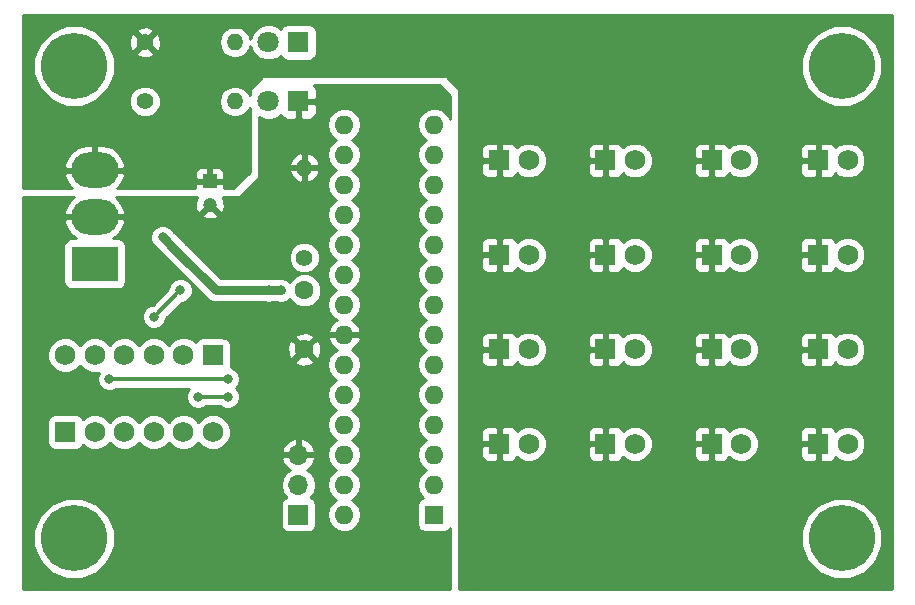
<source format=gbr>
G04 #@! TF.GenerationSoftware,KiCad,Pcbnew,(5.0.0)*
G04 #@! TF.CreationDate,2018-12-11T22:23:17+01:00*
G04 #@! TF.ProjectId,TLC5940_LED_driver_board-rev_1.0,544C43353934305F4C45445F64726976,rev?*
G04 #@! TF.SameCoordinates,Original*
G04 #@! TF.FileFunction,Copper,L2,Bot,Signal*
G04 #@! TF.FilePolarity,Positive*
%FSLAX46Y46*%
G04 Gerber Fmt 4.6, Leading zero omitted, Abs format (unit mm)*
G04 Created by KiCad (PCBNEW (5.0.0)) date 12/11/18 22:23:17*
%MOMM*%
%LPD*%
G01*
G04 APERTURE LIST*
G04 #@! TA.AperFunction,ComponentPad*
%ADD10O,1.600000X1.600000*%
G04 #@! TD*
G04 #@! TA.AperFunction,ComponentPad*
%ADD11R,1.600000X1.600000*%
G04 #@! TD*
G04 #@! TA.AperFunction,ComponentPad*
%ADD12R,1.750000X1.750000*%
G04 #@! TD*
G04 #@! TA.AperFunction,ComponentPad*
%ADD13C,1.750000*%
G04 #@! TD*
G04 #@! TA.AperFunction,ComponentPad*
%ADD14C,5.600000*%
G04 #@! TD*
G04 #@! TA.AperFunction,ComponentPad*
%ADD15C,1.200000*%
G04 #@! TD*
G04 #@! TA.AperFunction,ComponentPad*
%ADD16R,1.200000X1.200000*%
G04 #@! TD*
G04 #@! TA.AperFunction,ComponentPad*
%ADD17O,1.700000X1.700000*%
G04 #@! TD*
G04 #@! TA.AperFunction,ComponentPad*
%ADD18R,1.700000X1.700000*%
G04 #@! TD*
G04 #@! TA.AperFunction,ComponentPad*
%ADD19O,1.400000X1.400000*%
G04 #@! TD*
G04 #@! TA.AperFunction,ComponentPad*
%ADD20C,1.400000*%
G04 #@! TD*
G04 #@! TA.AperFunction,ComponentPad*
%ADD21O,4.000000X3.000000*%
G04 #@! TD*
G04 #@! TA.AperFunction,ComponentPad*
%ADD22R,4.000000X3.000000*%
G04 #@! TD*
G04 #@! TA.AperFunction,ComponentPad*
%ADD23C,1.800000*%
G04 #@! TD*
G04 #@! TA.AperFunction,ComponentPad*
%ADD24R,1.800000X1.800000*%
G04 #@! TD*
G04 #@! TA.AperFunction,ComponentPad*
%ADD25C,1.600000*%
G04 #@! TD*
G04 #@! TA.AperFunction,ViaPad*
%ADD26C,0.800000*%
G04 #@! TD*
G04 #@! TA.AperFunction,Conductor*
%ADD27C,0.750000*%
G04 #@! TD*
G04 #@! TA.AperFunction,Conductor*
%ADD28C,0.350000*%
G04 #@! TD*
G04 #@! TA.AperFunction,Conductor*
%ADD29C,0.254000*%
G04 #@! TD*
G04 APERTURE END LIST*
D10*
G04 #@! TO.P,U1,28*
G04 #@! TO.N,Net-(J0-Pad2)*
X42880000Y-58000000D03*
G04 #@! TO.P,U1,14*
G04 #@! TO.N,Net-(J14-Pad2)*
X50500000Y-24980000D03*
G04 #@! TO.P,U1,27*
G04 #@! TO.N,Net-(J16-Pad2)*
X42880000Y-55460000D03*
G04 #@! TO.P,U1,13*
G04 #@! TO.N,Net-(J13-Pad2)*
X50500000Y-27520000D03*
G04 #@! TO.P,U1,26*
G04 #@! TO.N,Net-(J17-Pad2)*
X42880000Y-52920000D03*
G04 #@! TO.P,U1,12*
G04 #@! TO.N,Net-(J12-Pad2)*
X50500000Y-30060000D03*
G04 #@! TO.P,U1,25*
G04 #@! TO.N,Net-(J17-Pad3)*
X42880000Y-50380000D03*
G04 #@! TO.P,U1,11*
G04 #@! TO.N,Net-(J11-Pad2)*
X50500000Y-32600000D03*
G04 #@! TO.P,U1,24*
G04 #@! TO.N,Net-(J17-Pad5)*
X42880000Y-47840000D03*
G04 #@! TO.P,U1,10*
G04 #@! TO.N,Net-(J10-Pad2)*
X50500000Y-35140000D03*
G04 #@! TO.P,U1,23*
G04 #@! TO.N,Net-(J17-Pad1)*
X42880000Y-45300000D03*
G04 #@! TO.P,U1,9*
G04 #@! TO.N,Net-(J9-Pad2)*
X50500000Y-37680000D03*
G04 #@! TO.P,U1,22*
G04 #@! TO.N,GND*
X42880000Y-42760000D03*
G04 #@! TO.P,U1,8*
G04 #@! TO.N,Net-(J8-Pad2)*
X50500000Y-40220000D03*
G04 #@! TO.P,U1,21*
G04 #@! TO.N,VCC*
X42880000Y-40220000D03*
G04 #@! TO.P,U1,7*
G04 #@! TO.N,Net-(J7-Pad2)*
X50500000Y-42760000D03*
G04 #@! TO.P,U1,20*
G04 #@! TO.N,Net-(R1-Pad1)*
X42880000Y-37680000D03*
G04 #@! TO.P,U1,6*
G04 #@! TO.N,Net-(J6-Pad2)*
X50500000Y-45300000D03*
G04 #@! TO.P,U1,19*
G04 #@! TO.N,VCC*
X42880000Y-35140000D03*
G04 #@! TO.P,U1,5*
G04 #@! TO.N,Net-(J5-Pad2)*
X50500000Y-47840000D03*
G04 #@! TO.P,U1,18*
G04 #@! TO.N,Net-(J17-Pad6)*
X42880000Y-32600000D03*
G04 #@! TO.P,U1,4*
G04 #@! TO.N,Net-(J4-Pad2)*
X50500000Y-50380000D03*
G04 #@! TO.P,U1,17*
G04 #@! TO.N,Net-(J18-Pad5)*
X42880000Y-30060000D03*
G04 #@! TO.P,U1,3*
G04 #@! TO.N,Net-(J3-Pad2)*
X50500000Y-52920000D03*
G04 #@! TO.P,U1,16*
G04 #@! TO.N,Net-(J17-Pad4)*
X42880000Y-27520000D03*
G04 #@! TO.P,U1,2*
G04 #@! TO.N,Net-(J2-Pad2)*
X50500000Y-55460000D03*
G04 #@! TO.P,U1,15*
G04 #@! TO.N,Net-(J15-Pad2)*
X42880000Y-24980000D03*
D11*
G04 #@! TO.P,U1,1*
G04 #@! TO.N,Net-(J1-Pad2)*
X50500000Y-58000000D03*
G04 #@! TD*
D12*
G04 #@! TO.P,J4,1*
G04 #@! TO.N,+12V*
X83000000Y-44000000D03*
D13*
G04 #@! TO.P,J4,2*
G04 #@! TO.N,Net-(J4-Pad2)*
X85500000Y-44000000D03*
G04 #@! TD*
D12*
G04 #@! TO.P,J11,1*
G04 #@! TO.N,+12V*
X56000000Y-36000000D03*
D13*
G04 #@! TO.P,J11,2*
G04 #@! TO.N,Net-(J11-Pad2)*
X58500000Y-36000000D03*
G04 #@! TD*
D14*
G04 #@! TO.P,REF\002A\002A,1*
G04 #@! TO.N,N/C*
X20000000Y-20000000D03*
G04 #@! TD*
G04 #@! TO.P,REF\002A\002A,1*
G04 #@! TO.N,N/C*
X85000000Y-60000000D03*
G04 #@! TD*
G04 #@! TO.P,REF\002A\002A,1*
G04 #@! TO.N,N/C*
X20000000Y-60000000D03*
G04 #@! TD*
D15*
G04 #@! TO.P,C2,2*
G04 #@! TO.N,GND*
X31500000Y-31750000D03*
D16*
G04 #@! TO.P,C2,1*
G04 #@! TO.N,+12V*
X31500000Y-29750000D03*
G04 #@! TD*
D12*
G04 #@! TO.P,J0,1*
G04 #@! TO.N,+12V*
X83000000Y-52000000D03*
D13*
G04 #@! TO.P,J0,2*
G04 #@! TO.N,Net-(J0-Pad2)*
X85500000Y-52000000D03*
G04 #@! TD*
G04 #@! TO.P,J1,2*
G04 #@! TO.N,Net-(J1-Pad2)*
X76500000Y-52000000D03*
D12*
G04 #@! TO.P,J1,1*
G04 #@! TO.N,+12V*
X74000000Y-52000000D03*
G04 #@! TD*
G04 #@! TO.P,J2,1*
G04 #@! TO.N,+12V*
X65000000Y-52000000D03*
D13*
G04 #@! TO.P,J2,2*
G04 #@! TO.N,Net-(J2-Pad2)*
X67500000Y-52000000D03*
G04 #@! TD*
G04 #@! TO.P,J3,2*
G04 #@! TO.N,Net-(J3-Pad2)*
X58500000Y-52000000D03*
D12*
G04 #@! TO.P,J3,1*
G04 #@! TO.N,+12V*
X56000000Y-52000000D03*
G04 #@! TD*
D13*
G04 #@! TO.P,J5,2*
G04 #@! TO.N,Net-(J5-Pad2)*
X76500000Y-44000000D03*
D12*
G04 #@! TO.P,J5,1*
G04 #@! TO.N,+12V*
X74000000Y-44000000D03*
G04 #@! TD*
G04 #@! TO.P,J6,1*
G04 #@! TO.N,+12V*
X65000000Y-44000000D03*
D13*
G04 #@! TO.P,J6,2*
G04 #@! TO.N,Net-(J6-Pad2)*
X67500000Y-44000000D03*
G04 #@! TD*
G04 #@! TO.P,J7,2*
G04 #@! TO.N,Net-(J7-Pad2)*
X58500000Y-44000000D03*
D12*
G04 #@! TO.P,J7,1*
G04 #@! TO.N,+12V*
X56000000Y-44000000D03*
G04 #@! TD*
G04 #@! TO.P,J8,1*
G04 #@! TO.N,+12V*
X83000000Y-36000000D03*
D13*
G04 #@! TO.P,J8,2*
G04 #@! TO.N,Net-(J8-Pad2)*
X85500000Y-36000000D03*
G04 #@! TD*
G04 #@! TO.P,J9,2*
G04 #@! TO.N,Net-(J9-Pad2)*
X76500000Y-36000000D03*
D12*
G04 #@! TO.P,J9,1*
G04 #@! TO.N,+12V*
X74000000Y-36000000D03*
G04 #@! TD*
D13*
G04 #@! TO.P,J10,2*
G04 #@! TO.N,Net-(J10-Pad2)*
X67500000Y-36000000D03*
D12*
G04 #@! TO.P,J10,1*
G04 #@! TO.N,+12V*
X65000000Y-36000000D03*
G04 #@! TD*
D13*
G04 #@! TO.P,J12,2*
G04 #@! TO.N,Net-(J12-Pad2)*
X85500000Y-28000000D03*
D12*
G04 #@! TO.P,J12,1*
G04 #@! TO.N,+12V*
X83000000Y-28000000D03*
G04 #@! TD*
G04 #@! TO.P,J13,1*
G04 #@! TO.N,+12V*
X74000000Y-28000000D03*
D13*
G04 #@! TO.P,J13,2*
G04 #@! TO.N,Net-(J13-Pad2)*
X76500000Y-28000000D03*
G04 #@! TD*
G04 #@! TO.P,J14,2*
G04 #@! TO.N,Net-(J14-Pad2)*
X67500000Y-28000000D03*
D12*
G04 #@! TO.P,J14,1*
G04 #@! TO.N,+12V*
X65000000Y-28000000D03*
G04 #@! TD*
G04 #@! TO.P,J15,1*
G04 #@! TO.N,+12V*
X56000000Y-28000000D03*
D13*
G04 #@! TO.P,J15,2*
G04 #@! TO.N,Net-(J15-Pad2)*
X58500000Y-28000000D03*
G04 #@! TD*
D17*
G04 #@! TO.P,J16,3*
G04 #@! TO.N,GND*
X39000000Y-52920000D03*
G04 #@! TO.P,J16,2*
G04 #@! TO.N,Net-(J16-Pad2)*
X39000000Y-55460000D03*
D18*
G04 #@! TO.P,J16,1*
G04 #@! TO.N,VCC*
X39000000Y-58000000D03*
G04 #@! TD*
D12*
G04 #@! TO.P,J17,1*
G04 #@! TO.N,Net-(J17-Pad1)*
X19266702Y-50997261D03*
D13*
G04 #@! TO.P,J17,2*
G04 #@! TO.N,Net-(J17-Pad2)*
X21766702Y-50997261D03*
G04 #@! TO.P,J17,3*
G04 #@! TO.N,Net-(J17-Pad3)*
X24266702Y-50997261D03*
G04 #@! TO.P,J17,4*
G04 #@! TO.N,Net-(J17-Pad4)*
X26766702Y-50997261D03*
G04 #@! TO.P,J17,5*
G04 #@! TO.N,Net-(J17-Pad5)*
X29266702Y-50997261D03*
G04 #@! TO.P,J17,6*
G04 #@! TO.N,Net-(J17-Pad6)*
X31766702Y-50997261D03*
G04 #@! TD*
G04 #@! TO.P,J18,6*
G04 #@! TO.N,Net-(J17-Pad1)*
X19266702Y-44497261D03*
G04 #@! TO.P,J18,5*
G04 #@! TO.N,Net-(J18-Pad5)*
X21766702Y-44497261D03*
G04 #@! TO.P,J18,4*
G04 #@! TO.N,Net-(J17-Pad3)*
X24266702Y-44497261D03*
G04 #@! TO.P,J18,3*
G04 #@! TO.N,Net-(J17-Pad4)*
X26766702Y-44497261D03*
G04 #@! TO.P,J18,2*
G04 #@! TO.N,Net-(J17-Pad5)*
X29266702Y-44497261D03*
D12*
G04 #@! TO.P,J18,1*
G04 #@! TO.N,Net-(J17-Pad6)*
X31766702Y-44497261D03*
G04 #@! TD*
D19*
G04 #@! TO.P,R1,2*
G04 #@! TO.N,GND*
X39500000Y-28600400D03*
D20*
G04 #@! TO.P,R1,1*
G04 #@! TO.N,Net-(R1-Pad1)*
X39500000Y-36220400D03*
G04 #@! TD*
D14*
G04 #@! TO.P,REF\002A\002A,1*
G04 #@! TO.N,N/C*
X85000000Y-20000000D03*
G04 #@! TD*
D21*
G04 #@! TO.P,J20,3*
G04 #@! TO.N,+12V*
X21750000Y-28825200D03*
G04 #@! TO.P,J20,2*
G04 #@! TO.N,GND*
X21750000Y-32787600D03*
D22*
G04 #@! TO.P,J20,1*
G04 #@! TO.N,VCC*
X21750000Y-36750000D03*
G04 #@! TD*
D23*
G04 #@! TO.P,D1,2*
G04 #@! TO.N,Net-(D1-Pad2)*
X36460000Y-23000000D03*
D24*
G04 #@! TO.P,D1,1*
G04 #@! TO.N,GND*
X39000000Y-23000000D03*
G04 #@! TD*
G04 #@! TO.P,D2,1*
G04 #@! TO.N,GND*
X39000000Y-18000000D03*
D23*
G04 #@! TO.P,D2,2*
G04 #@! TO.N,Net-(D2-Pad2)*
X36460000Y-18000000D03*
G04 #@! TD*
D20*
G04 #@! TO.P,R2,1*
G04 #@! TO.N,VCC*
X26000000Y-23000000D03*
D19*
G04 #@! TO.P,R2,2*
G04 #@! TO.N,Net-(D1-Pad2)*
X33620000Y-23000000D03*
G04 #@! TD*
G04 #@! TO.P,R3,2*
G04 #@! TO.N,Net-(D2-Pad2)*
X33620000Y-18000000D03*
D20*
G04 #@! TO.P,R3,1*
G04 #@! TO.N,+12V*
X26000000Y-18000000D03*
G04 #@! TD*
D25*
G04 #@! TO.P,C1,2*
G04 #@! TO.N,GND*
X39500000Y-44000000D03*
G04 #@! TO.P,C1,1*
G04 #@! TO.N,VCC*
X39500000Y-39000000D03*
G04 #@! TD*
D26*
G04 #@! TO.N,VCC*
X27500000Y-34500000D03*
X37500000Y-39000000D03*
X36500000Y-39000000D03*
X28500000Y-35500000D03*
G04 #@! TO.N,Net-(J17-Pad1)*
X23000000Y-46500000D03*
X33000000Y-46500000D03*
G04 #@! TO.N,Net-(J17-Pad4)*
X26766702Y-41233298D03*
X29000000Y-39000000D03*
G04 #@! TO.N,Net-(J17-Pad5)*
X33000000Y-48000000D03*
X30500000Y-48000000D03*
G04 #@! TD*
D27*
G04 #@! TO.N,VCC*
X27500000Y-34500000D02*
X28500000Y-35500000D01*
X28500000Y-35500000D02*
X32000000Y-39000000D01*
X32000000Y-39000000D02*
X37500000Y-39000000D01*
D28*
G04 #@! TO.N,Net-(J17-Pad1)*
X23000000Y-46500000D02*
X33000000Y-46500000D01*
G04 #@! TO.N,Net-(J17-Pad4)*
X26766702Y-41233298D02*
X29000000Y-39000000D01*
G04 #@! TO.N,Net-(J17-Pad5)*
X33000000Y-48000000D02*
X30500000Y-48000000D01*
G04 #@! TD*
D29*
G04 #@! TO.N,+12V*
G36*
X89290001Y-64290000D02*
X52616881Y-64290000D01*
X52618070Y-59316736D01*
X81565000Y-59316736D01*
X81565000Y-60683264D01*
X82087947Y-61945771D01*
X83054229Y-62912053D01*
X84316736Y-63435000D01*
X85683264Y-63435000D01*
X86945771Y-62912053D01*
X87912053Y-61945771D01*
X88435000Y-60683264D01*
X88435000Y-59316736D01*
X87912053Y-58054229D01*
X86945771Y-57087947D01*
X85683264Y-56565000D01*
X84316736Y-56565000D01*
X83054229Y-57087947D01*
X82087947Y-58054229D01*
X81565000Y-59316736D01*
X52618070Y-59316736D01*
X52619753Y-52285750D01*
X54490000Y-52285750D01*
X54490000Y-53001310D01*
X54586673Y-53234699D01*
X54765302Y-53413327D01*
X54998691Y-53510000D01*
X55714250Y-53510000D01*
X55873000Y-53351250D01*
X55873000Y-52127000D01*
X54648750Y-52127000D01*
X54490000Y-52285750D01*
X52619753Y-52285750D01*
X52620060Y-50998690D01*
X54490000Y-50998690D01*
X54490000Y-51714250D01*
X54648750Y-51873000D01*
X55873000Y-51873000D01*
X55873000Y-50648750D01*
X56127000Y-50648750D01*
X56127000Y-51873000D01*
X56147000Y-51873000D01*
X56147000Y-52127000D01*
X56127000Y-52127000D01*
X56127000Y-53351250D01*
X56285750Y-53510000D01*
X57001309Y-53510000D01*
X57234698Y-53413327D01*
X57413327Y-53234699D01*
X57467779Y-53103241D01*
X57644654Y-53280116D01*
X58199642Y-53510000D01*
X58800358Y-53510000D01*
X59355346Y-53280116D01*
X59780116Y-52855346D01*
X60010000Y-52300358D01*
X60010000Y-52285750D01*
X63490000Y-52285750D01*
X63490000Y-53001310D01*
X63586673Y-53234699D01*
X63765302Y-53413327D01*
X63998691Y-53510000D01*
X64714250Y-53510000D01*
X64873000Y-53351250D01*
X64873000Y-52127000D01*
X63648750Y-52127000D01*
X63490000Y-52285750D01*
X60010000Y-52285750D01*
X60010000Y-51699642D01*
X59780116Y-51144654D01*
X59634152Y-50998690D01*
X63490000Y-50998690D01*
X63490000Y-51714250D01*
X63648750Y-51873000D01*
X64873000Y-51873000D01*
X64873000Y-50648750D01*
X65127000Y-50648750D01*
X65127000Y-51873000D01*
X65147000Y-51873000D01*
X65147000Y-52127000D01*
X65127000Y-52127000D01*
X65127000Y-53351250D01*
X65285750Y-53510000D01*
X66001309Y-53510000D01*
X66234698Y-53413327D01*
X66413327Y-53234699D01*
X66467779Y-53103241D01*
X66644654Y-53280116D01*
X67199642Y-53510000D01*
X67800358Y-53510000D01*
X68355346Y-53280116D01*
X68780116Y-52855346D01*
X69010000Y-52300358D01*
X69010000Y-52285750D01*
X72490000Y-52285750D01*
X72490000Y-53001310D01*
X72586673Y-53234699D01*
X72765302Y-53413327D01*
X72998691Y-53510000D01*
X73714250Y-53510000D01*
X73873000Y-53351250D01*
X73873000Y-52127000D01*
X72648750Y-52127000D01*
X72490000Y-52285750D01*
X69010000Y-52285750D01*
X69010000Y-51699642D01*
X68780116Y-51144654D01*
X68634152Y-50998690D01*
X72490000Y-50998690D01*
X72490000Y-51714250D01*
X72648750Y-51873000D01*
X73873000Y-51873000D01*
X73873000Y-50648750D01*
X74127000Y-50648750D01*
X74127000Y-51873000D01*
X74147000Y-51873000D01*
X74147000Y-52127000D01*
X74127000Y-52127000D01*
X74127000Y-53351250D01*
X74285750Y-53510000D01*
X75001309Y-53510000D01*
X75234698Y-53413327D01*
X75413327Y-53234699D01*
X75467779Y-53103241D01*
X75644654Y-53280116D01*
X76199642Y-53510000D01*
X76800358Y-53510000D01*
X77355346Y-53280116D01*
X77780116Y-52855346D01*
X78010000Y-52300358D01*
X78010000Y-52285750D01*
X81490000Y-52285750D01*
X81490000Y-53001310D01*
X81586673Y-53234699D01*
X81765302Y-53413327D01*
X81998691Y-53510000D01*
X82714250Y-53510000D01*
X82873000Y-53351250D01*
X82873000Y-52127000D01*
X81648750Y-52127000D01*
X81490000Y-52285750D01*
X78010000Y-52285750D01*
X78010000Y-51699642D01*
X77780116Y-51144654D01*
X77634152Y-50998690D01*
X81490000Y-50998690D01*
X81490000Y-51714250D01*
X81648750Y-51873000D01*
X82873000Y-51873000D01*
X82873000Y-50648750D01*
X83127000Y-50648750D01*
X83127000Y-51873000D01*
X83147000Y-51873000D01*
X83147000Y-52127000D01*
X83127000Y-52127000D01*
X83127000Y-53351250D01*
X83285750Y-53510000D01*
X84001309Y-53510000D01*
X84234698Y-53413327D01*
X84413327Y-53234699D01*
X84467779Y-53103241D01*
X84644654Y-53280116D01*
X85199642Y-53510000D01*
X85800358Y-53510000D01*
X86355346Y-53280116D01*
X86780116Y-52855346D01*
X87010000Y-52300358D01*
X87010000Y-51699642D01*
X86780116Y-51144654D01*
X86355346Y-50719884D01*
X85800358Y-50490000D01*
X85199642Y-50490000D01*
X84644654Y-50719884D01*
X84467779Y-50896759D01*
X84413327Y-50765301D01*
X84234698Y-50586673D01*
X84001309Y-50490000D01*
X83285750Y-50490000D01*
X83127000Y-50648750D01*
X82873000Y-50648750D01*
X82714250Y-50490000D01*
X81998691Y-50490000D01*
X81765302Y-50586673D01*
X81586673Y-50765301D01*
X81490000Y-50998690D01*
X77634152Y-50998690D01*
X77355346Y-50719884D01*
X76800358Y-50490000D01*
X76199642Y-50490000D01*
X75644654Y-50719884D01*
X75467779Y-50896759D01*
X75413327Y-50765301D01*
X75234698Y-50586673D01*
X75001309Y-50490000D01*
X74285750Y-50490000D01*
X74127000Y-50648750D01*
X73873000Y-50648750D01*
X73714250Y-50490000D01*
X72998691Y-50490000D01*
X72765302Y-50586673D01*
X72586673Y-50765301D01*
X72490000Y-50998690D01*
X68634152Y-50998690D01*
X68355346Y-50719884D01*
X67800358Y-50490000D01*
X67199642Y-50490000D01*
X66644654Y-50719884D01*
X66467779Y-50896759D01*
X66413327Y-50765301D01*
X66234698Y-50586673D01*
X66001309Y-50490000D01*
X65285750Y-50490000D01*
X65127000Y-50648750D01*
X64873000Y-50648750D01*
X64714250Y-50490000D01*
X63998691Y-50490000D01*
X63765302Y-50586673D01*
X63586673Y-50765301D01*
X63490000Y-50998690D01*
X59634152Y-50998690D01*
X59355346Y-50719884D01*
X58800358Y-50490000D01*
X58199642Y-50490000D01*
X57644654Y-50719884D01*
X57467779Y-50896759D01*
X57413327Y-50765301D01*
X57234698Y-50586673D01*
X57001309Y-50490000D01*
X56285750Y-50490000D01*
X56127000Y-50648750D01*
X55873000Y-50648750D01*
X55714250Y-50490000D01*
X54998691Y-50490000D01*
X54765302Y-50586673D01*
X54586673Y-50765301D01*
X54490000Y-50998690D01*
X52620060Y-50998690D01*
X52621666Y-44285750D01*
X54490000Y-44285750D01*
X54490000Y-45001310D01*
X54586673Y-45234699D01*
X54765302Y-45413327D01*
X54998691Y-45510000D01*
X55714250Y-45510000D01*
X55873000Y-45351250D01*
X55873000Y-44127000D01*
X54648750Y-44127000D01*
X54490000Y-44285750D01*
X52621666Y-44285750D01*
X52621974Y-42998690D01*
X54490000Y-42998690D01*
X54490000Y-43714250D01*
X54648750Y-43873000D01*
X55873000Y-43873000D01*
X55873000Y-42648750D01*
X56127000Y-42648750D01*
X56127000Y-43873000D01*
X56147000Y-43873000D01*
X56147000Y-44127000D01*
X56127000Y-44127000D01*
X56127000Y-45351250D01*
X56285750Y-45510000D01*
X57001309Y-45510000D01*
X57234698Y-45413327D01*
X57413327Y-45234699D01*
X57467779Y-45103241D01*
X57644654Y-45280116D01*
X58199642Y-45510000D01*
X58800358Y-45510000D01*
X59355346Y-45280116D01*
X59780116Y-44855346D01*
X60010000Y-44300358D01*
X60010000Y-44285750D01*
X63490000Y-44285750D01*
X63490000Y-45001310D01*
X63586673Y-45234699D01*
X63765302Y-45413327D01*
X63998691Y-45510000D01*
X64714250Y-45510000D01*
X64873000Y-45351250D01*
X64873000Y-44127000D01*
X63648750Y-44127000D01*
X63490000Y-44285750D01*
X60010000Y-44285750D01*
X60010000Y-43699642D01*
X59780116Y-43144654D01*
X59634152Y-42998690D01*
X63490000Y-42998690D01*
X63490000Y-43714250D01*
X63648750Y-43873000D01*
X64873000Y-43873000D01*
X64873000Y-42648750D01*
X65127000Y-42648750D01*
X65127000Y-43873000D01*
X65147000Y-43873000D01*
X65147000Y-44127000D01*
X65127000Y-44127000D01*
X65127000Y-45351250D01*
X65285750Y-45510000D01*
X66001309Y-45510000D01*
X66234698Y-45413327D01*
X66413327Y-45234699D01*
X66467779Y-45103241D01*
X66644654Y-45280116D01*
X67199642Y-45510000D01*
X67800358Y-45510000D01*
X68355346Y-45280116D01*
X68780116Y-44855346D01*
X69010000Y-44300358D01*
X69010000Y-44285750D01*
X72490000Y-44285750D01*
X72490000Y-45001310D01*
X72586673Y-45234699D01*
X72765302Y-45413327D01*
X72998691Y-45510000D01*
X73714250Y-45510000D01*
X73873000Y-45351250D01*
X73873000Y-44127000D01*
X72648750Y-44127000D01*
X72490000Y-44285750D01*
X69010000Y-44285750D01*
X69010000Y-43699642D01*
X68780116Y-43144654D01*
X68634152Y-42998690D01*
X72490000Y-42998690D01*
X72490000Y-43714250D01*
X72648750Y-43873000D01*
X73873000Y-43873000D01*
X73873000Y-42648750D01*
X74127000Y-42648750D01*
X74127000Y-43873000D01*
X74147000Y-43873000D01*
X74147000Y-44127000D01*
X74127000Y-44127000D01*
X74127000Y-45351250D01*
X74285750Y-45510000D01*
X75001309Y-45510000D01*
X75234698Y-45413327D01*
X75413327Y-45234699D01*
X75467779Y-45103241D01*
X75644654Y-45280116D01*
X76199642Y-45510000D01*
X76800358Y-45510000D01*
X77355346Y-45280116D01*
X77780116Y-44855346D01*
X78010000Y-44300358D01*
X78010000Y-44285750D01*
X81490000Y-44285750D01*
X81490000Y-45001310D01*
X81586673Y-45234699D01*
X81765302Y-45413327D01*
X81998691Y-45510000D01*
X82714250Y-45510000D01*
X82873000Y-45351250D01*
X82873000Y-44127000D01*
X81648750Y-44127000D01*
X81490000Y-44285750D01*
X78010000Y-44285750D01*
X78010000Y-43699642D01*
X77780116Y-43144654D01*
X77634152Y-42998690D01*
X81490000Y-42998690D01*
X81490000Y-43714250D01*
X81648750Y-43873000D01*
X82873000Y-43873000D01*
X82873000Y-42648750D01*
X83127000Y-42648750D01*
X83127000Y-43873000D01*
X83147000Y-43873000D01*
X83147000Y-44127000D01*
X83127000Y-44127000D01*
X83127000Y-45351250D01*
X83285750Y-45510000D01*
X84001309Y-45510000D01*
X84234698Y-45413327D01*
X84413327Y-45234699D01*
X84467779Y-45103241D01*
X84644654Y-45280116D01*
X85199642Y-45510000D01*
X85800358Y-45510000D01*
X86355346Y-45280116D01*
X86780116Y-44855346D01*
X87010000Y-44300358D01*
X87010000Y-43699642D01*
X86780116Y-43144654D01*
X86355346Y-42719884D01*
X85800358Y-42490000D01*
X85199642Y-42490000D01*
X84644654Y-42719884D01*
X84467779Y-42896759D01*
X84413327Y-42765301D01*
X84234698Y-42586673D01*
X84001309Y-42490000D01*
X83285750Y-42490000D01*
X83127000Y-42648750D01*
X82873000Y-42648750D01*
X82714250Y-42490000D01*
X81998691Y-42490000D01*
X81765302Y-42586673D01*
X81586673Y-42765301D01*
X81490000Y-42998690D01*
X77634152Y-42998690D01*
X77355346Y-42719884D01*
X76800358Y-42490000D01*
X76199642Y-42490000D01*
X75644654Y-42719884D01*
X75467779Y-42896759D01*
X75413327Y-42765301D01*
X75234698Y-42586673D01*
X75001309Y-42490000D01*
X74285750Y-42490000D01*
X74127000Y-42648750D01*
X73873000Y-42648750D01*
X73714250Y-42490000D01*
X72998691Y-42490000D01*
X72765302Y-42586673D01*
X72586673Y-42765301D01*
X72490000Y-42998690D01*
X68634152Y-42998690D01*
X68355346Y-42719884D01*
X67800358Y-42490000D01*
X67199642Y-42490000D01*
X66644654Y-42719884D01*
X66467779Y-42896759D01*
X66413327Y-42765301D01*
X66234698Y-42586673D01*
X66001309Y-42490000D01*
X65285750Y-42490000D01*
X65127000Y-42648750D01*
X64873000Y-42648750D01*
X64714250Y-42490000D01*
X63998691Y-42490000D01*
X63765302Y-42586673D01*
X63586673Y-42765301D01*
X63490000Y-42998690D01*
X59634152Y-42998690D01*
X59355346Y-42719884D01*
X58800358Y-42490000D01*
X58199642Y-42490000D01*
X57644654Y-42719884D01*
X57467779Y-42896759D01*
X57413327Y-42765301D01*
X57234698Y-42586673D01*
X57001309Y-42490000D01*
X56285750Y-42490000D01*
X56127000Y-42648750D01*
X55873000Y-42648750D01*
X55714250Y-42490000D01*
X54998691Y-42490000D01*
X54765302Y-42586673D01*
X54586673Y-42765301D01*
X54490000Y-42998690D01*
X52621974Y-42998690D01*
X52623580Y-36285750D01*
X54490000Y-36285750D01*
X54490000Y-37001310D01*
X54586673Y-37234699D01*
X54765302Y-37413327D01*
X54998691Y-37510000D01*
X55714250Y-37510000D01*
X55873000Y-37351250D01*
X55873000Y-36127000D01*
X54648750Y-36127000D01*
X54490000Y-36285750D01*
X52623580Y-36285750D01*
X52623888Y-34998690D01*
X54490000Y-34998690D01*
X54490000Y-35714250D01*
X54648750Y-35873000D01*
X55873000Y-35873000D01*
X55873000Y-34648750D01*
X56127000Y-34648750D01*
X56127000Y-35873000D01*
X56147000Y-35873000D01*
X56147000Y-36127000D01*
X56127000Y-36127000D01*
X56127000Y-37351250D01*
X56285750Y-37510000D01*
X57001309Y-37510000D01*
X57234698Y-37413327D01*
X57413327Y-37234699D01*
X57467779Y-37103241D01*
X57644654Y-37280116D01*
X58199642Y-37510000D01*
X58800358Y-37510000D01*
X59355346Y-37280116D01*
X59780116Y-36855346D01*
X60010000Y-36300358D01*
X60010000Y-36285750D01*
X63490000Y-36285750D01*
X63490000Y-37001310D01*
X63586673Y-37234699D01*
X63765302Y-37413327D01*
X63998691Y-37510000D01*
X64714250Y-37510000D01*
X64873000Y-37351250D01*
X64873000Y-36127000D01*
X63648750Y-36127000D01*
X63490000Y-36285750D01*
X60010000Y-36285750D01*
X60010000Y-35699642D01*
X59780116Y-35144654D01*
X59634152Y-34998690D01*
X63490000Y-34998690D01*
X63490000Y-35714250D01*
X63648750Y-35873000D01*
X64873000Y-35873000D01*
X64873000Y-34648750D01*
X65127000Y-34648750D01*
X65127000Y-35873000D01*
X65147000Y-35873000D01*
X65147000Y-36127000D01*
X65127000Y-36127000D01*
X65127000Y-37351250D01*
X65285750Y-37510000D01*
X66001309Y-37510000D01*
X66234698Y-37413327D01*
X66413327Y-37234699D01*
X66467779Y-37103241D01*
X66644654Y-37280116D01*
X67199642Y-37510000D01*
X67800358Y-37510000D01*
X68355346Y-37280116D01*
X68780116Y-36855346D01*
X69010000Y-36300358D01*
X69010000Y-36285750D01*
X72490000Y-36285750D01*
X72490000Y-37001310D01*
X72586673Y-37234699D01*
X72765302Y-37413327D01*
X72998691Y-37510000D01*
X73714250Y-37510000D01*
X73873000Y-37351250D01*
X73873000Y-36127000D01*
X72648750Y-36127000D01*
X72490000Y-36285750D01*
X69010000Y-36285750D01*
X69010000Y-35699642D01*
X68780116Y-35144654D01*
X68634152Y-34998690D01*
X72490000Y-34998690D01*
X72490000Y-35714250D01*
X72648750Y-35873000D01*
X73873000Y-35873000D01*
X73873000Y-34648750D01*
X74127000Y-34648750D01*
X74127000Y-35873000D01*
X74147000Y-35873000D01*
X74147000Y-36127000D01*
X74127000Y-36127000D01*
X74127000Y-37351250D01*
X74285750Y-37510000D01*
X75001309Y-37510000D01*
X75234698Y-37413327D01*
X75413327Y-37234699D01*
X75467779Y-37103241D01*
X75644654Y-37280116D01*
X76199642Y-37510000D01*
X76800358Y-37510000D01*
X77355346Y-37280116D01*
X77780116Y-36855346D01*
X78010000Y-36300358D01*
X78010000Y-36285750D01*
X81490000Y-36285750D01*
X81490000Y-37001310D01*
X81586673Y-37234699D01*
X81765302Y-37413327D01*
X81998691Y-37510000D01*
X82714250Y-37510000D01*
X82873000Y-37351250D01*
X82873000Y-36127000D01*
X81648750Y-36127000D01*
X81490000Y-36285750D01*
X78010000Y-36285750D01*
X78010000Y-35699642D01*
X77780116Y-35144654D01*
X77634152Y-34998690D01*
X81490000Y-34998690D01*
X81490000Y-35714250D01*
X81648750Y-35873000D01*
X82873000Y-35873000D01*
X82873000Y-34648750D01*
X83127000Y-34648750D01*
X83127000Y-35873000D01*
X83147000Y-35873000D01*
X83147000Y-36127000D01*
X83127000Y-36127000D01*
X83127000Y-37351250D01*
X83285750Y-37510000D01*
X84001309Y-37510000D01*
X84234698Y-37413327D01*
X84413327Y-37234699D01*
X84467779Y-37103241D01*
X84644654Y-37280116D01*
X85199642Y-37510000D01*
X85800358Y-37510000D01*
X86355346Y-37280116D01*
X86780116Y-36855346D01*
X87010000Y-36300358D01*
X87010000Y-35699642D01*
X86780116Y-35144654D01*
X86355346Y-34719884D01*
X85800358Y-34490000D01*
X85199642Y-34490000D01*
X84644654Y-34719884D01*
X84467779Y-34896759D01*
X84413327Y-34765301D01*
X84234698Y-34586673D01*
X84001309Y-34490000D01*
X83285750Y-34490000D01*
X83127000Y-34648750D01*
X82873000Y-34648750D01*
X82714250Y-34490000D01*
X81998691Y-34490000D01*
X81765302Y-34586673D01*
X81586673Y-34765301D01*
X81490000Y-34998690D01*
X77634152Y-34998690D01*
X77355346Y-34719884D01*
X76800358Y-34490000D01*
X76199642Y-34490000D01*
X75644654Y-34719884D01*
X75467779Y-34896759D01*
X75413327Y-34765301D01*
X75234698Y-34586673D01*
X75001309Y-34490000D01*
X74285750Y-34490000D01*
X74127000Y-34648750D01*
X73873000Y-34648750D01*
X73714250Y-34490000D01*
X72998691Y-34490000D01*
X72765302Y-34586673D01*
X72586673Y-34765301D01*
X72490000Y-34998690D01*
X68634152Y-34998690D01*
X68355346Y-34719884D01*
X67800358Y-34490000D01*
X67199642Y-34490000D01*
X66644654Y-34719884D01*
X66467779Y-34896759D01*
X66413327Y-34765301D01*
X66234698Y-34586673D01*
X66001309Y-34490000D01*
X65285750Y-34490000D01*
X65127000Y-34648750D01*
X64873000Y-34648750D01*
X64714250Y-34490000D01*
X63998691Y-34490000D01*
X63765302Y-34586673D01*
X63586673Y-34765301D01*
X63490000Y-34998690D01*
X59634152Y-34998690D01*
X59355346Y-34719884D01*
X58800358Y-34490000D01*
X58199642Y-34490000D01*
X57644654Y-34719884D01*
X57467779Y-34896759D01*
X57413327Y-34765301D01*
X57234698Y-34586673D01*
X57001309Y-34490000D01*
X56285750Y-34490000D01*
X56127000Y-34648750D01*
X55873000Y-34648750D01*
X55714250Y-34490000D01*
X54998691Y-34490000D01*
X54765302Y-34586673D01*
X54586673Y-34765301D01*
X54490000Y-34998690D01*
X52623888Y-34998690D01*
X52625495Y-28285750D01*
X54490000Y-28285750D01*
X54490000Y-29001310D01*
X54586673Y-29234699D01*
X54765302Y-29413327D01*
X54998691Y-29510000D01*
X55714250Y-29510000D01*
X55873000Y-29351250D01*
X55873000Y-28127000D01*
X54648750Y-28127000D01*
X54490000Y-28285750D01*
X52625495Y-28285750D01*
X52625803Y-26998690D01*
X54490000Y-26998690D01*
X54490000Y-27714250D01*
X54648750Y-27873000D01*
X55873000Y-27873000D01*
X55873000Y-26648750D01*
X56127000Y-26648750D01*
X56127000Y-27873000D01*
X56147000Y-27873000D01*
X56147000Y-28127000D01*
X56127000Y-28127000D01*
X56127000Y-29351250D01*
X56285750Y-29510000D01*
X57001309Y-29510000D01*
X57234698Y-29413327D01*
X57413327Y-29234699D01*
X57467779Y-29103241D01*
X57644654Y-29280116D01*
X58199642Y-29510000D01*
X58800358Y-29510000D01*
X59355346Y-29280116D01*
X59780116Y-28855346D01*
X60010000Y-28300358D01*
X60010000Y-28285750D01*
X63490000Y-28285750D01*
X63490000Y-29001310D01*
X63586673Y-29234699D01*
X63765302Y-29413327D01*
X63998691Y-29510000D01*
X64714250Y-29510000D01*
X64873000Y-29351250D01*
X64873000Y-28127000D01*
X63648750Y-28127000D01*
X63490000Y-28285750D01*
X60010000Y-28285750D01*
X60010000Y-27699642D01*
X59780116Y-27144654D01*
X59634152Y-26998690D01*
X63490000Y-26998690D01*
X63490000Y-27714250D01*
X63648750Y-27873000D01*
X64873000Y-27873000D01*
X64873000Y-26648750D01*
X65127000Y-26648750D01*
X65127000Y-27873000D01*
X65147000Y-27873000D01*
X65147000Y-28127000D01*
X65127000Y-28127000D01*
X65127000Y-29351250D01*
X65285750Y-29510000D01*
X66001309Y-29510000D01*
X66234698Y-29413327D01*
X66413327Y-29234699D01*
X66467779Y-29103241D01*
X66644654Y-29280116D01*
X67199642Y-29510000D01*
X67800358Y-29510000D01*
X68355346Y-29280116D01*
X68780116Y-28855346D01*
X69010000Y-28300358D01*
X69010000Y-28285750D01*
X72490000Y-28285750D01*
X72490000Y-29001310D01*
X72586673Y-29234699D01*
X72765302Y-29413327D01*
X72998691Y-29510000D01*
X73714250Y-29510000D01*
X73873000Y-29351250D01*
X73873000Y-28127000D01*
X72648750Y-28127000D01*
X72490000Y-28285750D01*
X69010000Y-28285750D01*
X69010000Y-27699642D01*
X68780116Y-27144654D01*
X68634152Y-26998690D01*
X72490000Y-26998690D01*
X72490000Y-27714250D01*
X72648750Y-27873000D01*
X73873000Y-27873000D01*
X73873000Y-26648750D01*
X74127000Y-26648750D01*
X74127000Y-27873000D01*
X74147000Y-27873000D01*
X74147000Y-28127000D01*
X74127000Y-28127000D01*
X74127000Y-29351250D01*
X74285750Y-29510000D01*
X75001309Y-29510000D01*
X75234698Y-29413327D01*
X75413327Y-29234699D01*
X75467779Y-29103241D01*
X75644654Y-29280116D01*
X76199642Y-29510000D01*
X76800358Y-29510000D01*
X77355346Y-29280116D01*
X77780116Y-28855346D01*
X78010000Y-28300358D01*
X78010000Y-28285750D01*
X81490000Y-28285750D01*
X81490000Y-29001310D01*
X81586673Y-29234699D01*
X81765302Y-29413327D01*
X81998691Y-29510000D01*
X82714250Y-29510000D01*
X82873000Y-29351250D01*
X82873000Y-28127000D01*
X81648750Y-28127000D01*
X81490000Y-28285750D01*
X78010000Y-28285750D01*
X78010000Y-27699642D01*
X77780116Y-27144654D01*
X77634152Y-26998690D01*
X81490000Y-26998690D01*
X81490000Y-27714250D01*
X81648750Y-27873000D01*
X82873000Y-27873000D01*
X82873000Y-26648750D01*
X83127000Y-26648750D01*
X83127000Y-27873000D01*
X83147000Y-27873000D01*
X83147000Y-28127000D01*
X83127000Y-28127000D01*
X83127000Y-29351250D01*
X83285750Y-29510000D01*
X84001309Y-29510000D01*
X84234698Y-29413327D01*
X84413327Y-29234699D01*
X84467779Y-29103241D01*
X84644654Y-29280116D01*
X85199642Y-29510000D01*
X85800358Y-29510000D01*
X86355346Y-29280116D01*
X86780116Y-28855346D01*
X87010000Y-28300358D01*
X87010000Y-27699642D01*
X86780116Y-27144654D01*
X86355346Y-26719884D01*
X85800358Y-26490000D01*
X85199642Y-26490000D01*
X84644654Y-26719884D01*
X84467779Y-26896759D01*
X84413327Y-26765301D01*
X84234698Y-26586673D01*
X84001309Y-26490000D01*
X83285750Y-26490000D01*
X83127000Y-26648750D01*
X82873000Y-26648750D01*
X82714250Y-26490000D01*
X81998691Y-26490000D01*
X81765302Y-26586673D01*
X81586673Y-26765301D01*
X81490000Y-26998690D01*
X77634152Y-26998690D01*
X77355346Y-26719884D01*
X76800358Y-26490000D01*
X76199642Y-26490000D01*
X75644654Y-26719884D01*
X75467779Y-26896759D01*
X75413327Y-26765301D01*
X75234698Y-26586673D01*
X75001309Y-26490000D01*
X74285750Y-26490000D01*
X74127000Y-26648750D01*
X73873000Y-26648750D01*
X73714250Y-26490000D01*
X72998691Y-26490000D01*
X72765302Y-26586673D01*
X72586673Y-26765301D01*
X72490000Y-26998690D01*
X68634152Y-26998690D01*
X68355346Y-26719884D01*
X67800358Y-26490000D01*
X67199642Y-26490000D01*
X66644654Y-26719884D01*
X66467779Y-26896759D01*
X66413327Y-26765301D01*
X66234698Y-26586673D01*
X66001309Y-26490000D01*
X65285750Y-26490000D01*
X65127000Y-26648750D01*
X64873000Y-26648750D01*
X64714250Y-26490000D01*
X63998691Y-26490000D01*
X63765302Y-26586673D01*
X63586673Y-26765301D01*
X63490000Y-26998690D01*
X59634152Y-26998690D01*
X59355346Y-26719884D01*
X58800358Y-26490000D01*
X58199642Y-26490000D01*
X57644654Y-26719884D01*
X57467779Y-26896759D01*
X57413327Y-26765301D01*
X57234698Y-26586673D01*
X57001309Y-26490000D01*
X56285750Y-26490000D01*
X56127000Y-26648750D01*
X55873000Y-26648750D01*
X55714250Y-26490000D01*
X54998691Y-26490000D01*
X54765302Y-26586673D01*
X54586673Y-26765301D01*
X54490000Y-26998690D01*
X52625803Y-26998690D01*
X52627000Y-22000030D01*
X52617344Y-21951427D01*
X52589803Y-21910197D01*
X51589803Y-20910197D01*
X51548601Y-20882667D01*
X51500000Y-20873000D01*
X36000000Y-20873000D01*
X35951399Y-20882667D01*
X35910197Y-20910197D01*
X34910197Y-21910197D01*
X34882667Y-21951399D01*
X34873000Y-22000000D01*
X34873000Y-22472311D01*
X34582481Y-22037519D01*
X34140891Y-21742458D01*
X33751485Y-21665000D01*
X33488515Y-21665000D01*
X33099109Y-21742458D01*
X32657519Y-22037519D01*
X32362458Y-22479109D01*
X32258846Y-23000000D01*
X32362458Y-23520891D01*
X32657519Y-23962481D01*
X33099109Y-24257542D01*
X33488515Y-24335000D01*
X33751485Y-24335000D01*
X34140891Y-24257542D01*
X34582481Y-23962481D01*
X34873000Y-23527689D01*
X34873000Y-28947394D01*
X33447394Y-30373000D01*
X32735000Y-30373000D01*
X32735000Y-30035750D01*
X32576250Y-29877000D01*
X31627000Y-29877000D01*
X31627000Y-29897000D01*
X31373000Y-29897000D01*
X31373000Y-29877000D01*
X30423750Y-29877000D01*
X30265000Y-30035750D01*
X30265000Y-30373000D01*
X23680655Y-30373000D01*
X23849476Y-30245070D01*
X24271084Y-29524896D01*
X24335113Y-29284033D01*
X24246499Y-29023691D01*
X30265000Y-29023691D01*
X30265000Y-29464250D01*
X30423750Y-29623000D01*
X31373000Y-29623000D01*
X31373000Y-28673750D01*
X31627000Y-28673750D01*
X31627000Y-29623000D01*
X32576250Y-29623000D01*
X32735000Y-29464250D01*
X32735000Y-29023691D01*
X32638327Y-28790302D01*
X32459699Y-28611673D01*
X32226310Y-28515000D01*
X31785750Y-28515000D01*
X31627000Y-28673750D01*
X31373000Y-28673750D01*
X31214250Y-28515000D01*
X30773690Y-28515000D01*
X30540301Y-28611673D01*
X30361673Y-28790302D01*
X30265000Y-29023691D01*
X24246499Y-29023691D01*
X24222165Y-28952200D01*
X21877000Y-28952200D01*
X21877000Y-28972200D01*
X21623000Y-28972200D01*
X21623000Y-28952200D01*
X19277835Y-28952200D01*
X19164887Y-29284033D01*
X19228916Y-29524896D01*
X19650524Y-30245070D01*
X19819345Y-30373000D01*
X15710000Y-30373000D01*
X15710000Y-28366367D01*
X19164887Y-28366367D01*
X19277835Y-28698200D01*
X21623000Y-28698200D01*
X21623000Y-26690200D01*
X21877000Y-26690200D01*
X21877000Y-28698200D01*
X24222165Y-28698200D01*
X24335113Y-28366367D01*
X24271084Y-28125504D01*
X23849476Y-27405330D01*
X23184362Y-26901318D01*
X22377000Y-26690200D01*
X21877000Y-26690200D01*
X21623000Y-26690200D01*
X21123000Y-26690200D01*
X20315638Y-26901318D01*
X19650524Y-27405330D01*
X19228916Y-28125504D01*
X19164887Y-28366367D01*
X15710000Y-28366367D01*
X15710000Y-19316736D01*
X16565000Y-19316736D01*
X16565000Y-20683264D01*
X17087947Y-21945771D01*
X18054229Y-22912053D01*
X19316736Y-23435000D01*
X20683264Y-23435000D01*
X21945771Y-22912053D01*
X22123372Y-22734452D01*
X24665000Y-22734452D01*
X24665000Y-23265548D01*
X24868242Y-23756217D01*
X25243783Y-24131758D01*
X25734452Y-24335000D01*
X26265548Y-24335000D01*
X26756217Y-24131758D01*
X27131758Y-23756217D01*
X27335000Y-23265548D01*
X27335000Y-22734452D01*
X27131758Y-22243783D01*
X26756217Y-21868242D01*
X26265548Y-21665000D01*
X25734452Y-21665000D01*
X25243783Y-21868242D01*
X24868242Y-22243783D01*
X24665000Y-22734452D01*
X22123372Y-22734452D01*
X22912053Y-21945771D01*
X23435000Y-20683264D01*
X23435000Y-19316736D01*
X23276994Y-18935275D01*
X25244331Y-18935275D01*
X25306169Y-19171042D01*
X25807122Y-19347419D01*
X26337440Y-19318664D01*
X26693831Y-19171042D01*
X26755669Y-18935275D01*
X26000000Y-18179605D01*
X25244331Y-18935275D01*
X23276994Y-18935275D01*
X22912053Y-18054229D01*
X22664946Y-17807122D01*
X24652581Y-17807122D01*
X24681336Y-18337440D01*
X24828958Y-18693831D01*
X25064725Y-18755669D01*
X25820395Y-18000000D01*
X26179605Y-18000000D01*
X26935275Y-18755669D01*
X27171042Y-18693831D01*
X27347419Y-18192878D01*
X27336961Y-18000000D01*
X32258846Y-18000000D01*
X32362458Y-18520891D01*
X32657519Y-18962481D01*
X33099109Y-19257542D01*
X33488515Y-19335000D01*
X33751485Y-19335000D01*
X34140891Y-19257542D01*
X34582481Y-18962481D01*
X34877542Y-18520891D01*
X34925000Y-18282304D01*
X34925000Y-18305330D01*
X35158690Y-18869507D01*
X35590493Y-19301310D01*
X36154670Y-19535000D01*
X36765330Y-19535000D01*
X37329507Y-19301310D01*
X37498725Y-19132092D01*
X37501843Y-19147765D01*
X37642191Y-19357809D01*
X37852235Y-19498157D01*
X38100000Y-19547440D01*
X39900000Y-19547440D01*
X40147765Y-19498157D01*
X40357809Y-19357809D01*
X40385253Y-19316736D01*
X81565000Y-19316736D01*
X81565000Y-20683264D01*
X82087947Y-21945771D01*
X83054229Y-22912053D01*
X84316736Y-23435000D01*
X85683264Y-23435000D01*
X86945771Y-22912053D01*
X87912053Y-21945771D01*
X88435000Y-20683264D01*
X88435000Y-19316736D01*
X87912053Y-18054229D01*
X86945771Y-17087947D01*
X85683264Y-16565000D01*
X84316736Y-16565000D01*
X83054229Y-17087947D01*
X82087947Y-18054229D01*
X81565000Y-19316736D01*
X40385253Y-19316736D01*
X40498157Y-19147765D01*
X40547440Y-18900000D01*
X40547440Y-17100000D01*
X40498157Y-16852235D01*
X40357809Y-16642191D01*
X40147765Y-16501843D01*
X39900000Y-16452560D01*
X38100000Y-16452560D01*
X37852235Y-16501843D01*
X37642191Y-16642191D01*
X37501843Y-16852235D01*
X37498725Y-16867908D01*
X37329507Y-16698690D01*
X36765330Y-16465000D01*
X36154670Y-16465000D01*
X35590493Y-16698690D01*
X35158690Y-17130493D01*
X34925000Y-17694670D01*
X34925000Y-17717696D01*
X34877542Y-17479109D01*
X34582481Y-17037519D01*
X34140891Y-16742458D01*
X33751485Y-16665000D01*
X33488515Y-16665000D01*
X33099109Y-16742458D01*
X32657519Y-17037519D01*
X32362458Y-17479109D01*
X32258846Y-18000000D01*
X27336961Y-18000000D01*
X27318664Y-17662560D01*
X27171042Y-17306169D01*
X26935275Y-17244331D01*
X26179605Y-18000000D01*
X25820395Y-18000000D01*
X25064725Y-17244331D01*
X24828958Y-17306169D01*
X24652581Y-17807122D01*
X22664946Y-17807122D01*
X21945771Y-17087947D01*
X21889709Y-17064725D01*
X25244331Y-17064725D01*
X26000000Y-17820395D01*
X26755669Y-17064725D01*
X26693831Y-16828958D01*
X26192878Y-16652581D01*
X25662560Y-16681336D01*
X25306169Y-16828958D01*
X25244331Y-17064725D01*
X21889709Y-17064725D01*
X20683264Y-16565000D01*
X19316736Y-16565000D01*
X18054229Y-17087947D01*
X17087947Y-18054229D01*
X16565000Y-19316736D01*
X15710000Y-19316736D01*
X15710000Y-15710000D01*
X89290000Y-15710000D01*
X89290001Y-64290000D01*
X89290001Y-64290000D01*
G37*
X89290001Y-64290000D02*
X52616881Y-64290000D01*
X52618070Y-59316736D01*
X81565000Y-59316736D01*
X81565000Y-60683264D01*
X82087947Y-61945771D01*
X83054229Y-62912053D01*
X84316736Y-63435000D01*
X85683264Y-63435000D01*
X86945771Y-62912053D01*
X87912053Y-61945771D01*
X88435000Y-60683264D01*
X88435000Y-59316736D01*
X87912053Y-58054229D01*
X86945771Y-57087947D01*
X85683264Y-56565000D01*
X84316736Y-56565000D01*
X83054229Y-57087947D01*
X82087947Y-58054229D01*
X81565000Y-59316736D01*
X52618070Y-59316736D01*
X52619753Y-52285750D01*
X54490000Y-52285750D01*
X54490000Y-53001310D01*
X54586673Y-53234699D01*
X54765302Y-53413327D01*
X54998691Y-53510000D01*
X55714250Y-53510000D01*
X55873000Y-53351250D01*
X55873000Y-52127000D01*
X54648750Y-52127000D01*
X54490000Y-52285750D01*
X52619753Y-52285750D01*
X52620060Y-50998690D01*
X54490000Y-50998690D01*
X54490000Y-51714250D01*
X54648750Y-51873000D01*
X55873000Y-51873000D01*
X55873000Y-50648750D01*
X56127000Y-50648750D01*
X56127000Y-51873000D01*
X56147000Y-51873000D01*
X56147000Y-52127000D01*
X56127000Y-52127000D01*
X56127000Y-53351250D01*
X56285750Y-53510000D01*
X57001309Y-53510000D01*
X57234698Y-53413327D01*
X57413327Y-53234699D01*
X57467779Y-53103241D01*
X57644654Y-53280116D01*
X58199642Y-53510000D01*
X58800358Y-53510000D01*
X59355346Y-53280116D01*
X59780116Y-52855346D01*
X60010000Y-52300358D01*
X60010000Y-52285750D01*
X63490000Y-52285750D01*
X63490000Y-53001310D01*
X63586673Y-53234699D01*
X63765302Y-53413327D01*
X63998691Y-53510000D01*
X64714250Y-53510000D01*
X64873000Y-53351250D01*
X64873000Y-52127000D01*
X63648750Y-52127000D01*
X63490000Y-52285750D01*
X60010000Y-52285750D01*
X60010000Y-51699642D01*
X59780116Y-51144654D01*
X59634152Y-50998690D01*
X63490000Y-50998690D01*
X63490000Y-51714250D01*
X63648750Y-51873000D01*
X64873000Y-51873000D01*
X64873000Y-50648750D01*
X65127000Y-50648750D01*
X65127000Y-51873000D01*
X65147000Y-51873000D01*
X65147000Y-52127000D01*
X65127000Y-52127000D01*
X65127000Y-53351250D01*
X65285750Y-53510000D01*
X66001309Y-53510000D01*
X66234698Y-53413327D01*
X66413327Y-53234699D01*
X66467779Y-53103241D01*
X66644654Y-53280116D01*
X67199642Y-53510000D01*
X67800358Y-53510000D01*
X68355346Y-53280116D01*
X68780116Y-52855346D01*
X69010000Y-52300358D01*
X69010000Y-52285750D01*
X72490000Y-52285750D01*
X72490000Y-53001310D01*
X72586673Y-53234699D01*
X72765302Y-53413327D01*
X72998691Y-53510000D01*
X73714250Y-53510000D01*
X73873000Y-53351250D01*
X73873000Y-52127000D01*
X72648750Y-52127000D01*
X72490000Y-52285750D01*
X69010000Y-52285750D01*
X69010000Y-51699642D01*
X68780116Y-51144654D01*
X68634152Y-50998690D01*
X72490000Y-50998690D01*
X72490000Y-51714250D01*
X72648750Y-51873000D01*
X73873000Y-51873000D01*
X73873000Y-50648750D01*
X74127000Y-50648750D01*
X74127000Y-51873000D01*
X74147000Y-51873000D01*
X74147000Y-52127000D01*
X74127000Y-52127000D01*
X74127000Y-53351250D01*
X74285750Y-53510000D01*
X75001309Y-53510000D01*
X75234698Y-53413327D01*
X75413327Y-53234699D01*
X75467779Y-53103241D01*
X75644654Y-53280116D01*
X76199642Y-53510000D01*
X76800358Y-53510000D01*
X77355346Y-53280116D01*
X77780116Y-52855346D01*
X78010000Y-52300358D01*
X78010000Y-52285750D01*
X81490000Y-52285750D01*
X81490000Y-53001310D01*
X81586673Y-53234699D01*
X81765302Y-53413327D01*
X81998691Y-53510000D01*
X82714250Y-53510000D01*
X82873000Y-53351250D01*
X82873000Y-52127000D01*
X81648750Y-52127000D01*
X81490000Y-52285750D01*
X78010000Y-52285750D01*
X78010000Y-51699642D01*
X77780116Y-51144654D01*
X77634152Y-50998690D01*
X81490000Y-50998690D01*
X81490000Y-51714250D01*
X81648750Y-51873000D01*
X82873000Y-51873000D01*
X82873000Y-50648750D01*
X83127000Y-50648750D01*
X83127000Y-51873000D01*
X83147000Y-51873000D01*
X83147000Y-52127000D01*
X83127000Y-52127000D01*
X83127000Y-53351250D01*
X83285750Y-53510000D01*
X84001309Y-53510000D01*
X84234698Y-53413327D01*
X84413327Y-53234699D01*
X84467779Y-53103241D01*
X84644654Y-53280116D01*
X85199642Y-53510000D01*
X85800358Y-53510000D01*
X86355346Y-53280116D01*
X86780116Y-52855346D01*
X87010000Y-52300358D01*
X87010000Y-51699642D01*
X86780116Y-51144654D01*
X86355346Y-50719884D01*
X85800358Y-50490000D01*
X85199642Y-50490000D01*
X84644654Y-50719884D01*
X84467779Y-50896759D01*
X84413327Y-50765301D01*
X84234698Y-50586673D01*
X84001309Y-50490000D01*
X83285750Y-50490000D01*
X83127000Y-50648750D01*
X82873000Y-50648750D01*
X82714250Y-50490000D01*
X81998691Y-50490000D01*
X81765302Y-50586673D01*
X81586673Y-50765301D01*
X81490000Y-50998690D01*
X77634152Y-50998690D01*
X77355346Y-50719884D01*
X76800358Y-50490000D01*
X76199642Y-50490000D01*
X75644654Y-50719884D01*
X75467779Y-50896759D01*
X75413327Y-50765301D01*
X75234698Y-50586673D01*
X75001309Y-50490000D01*
X74285750Y-50490000D01*
X74127000Y-50648750D01*
X73873000Y-50648750D01*
X73714250Y-50490000D01*
X72998691Y-50490000D01*
X72765302Y-50586673D01*
X72586673Y-50765301D01*
X72490000Y-50998690D01*
X68634152Y-50998690D01*
X68355346Y-50719884D01*
X67800358Y-50490000D01*
X67199642Y-50490000D01*
X66644654Y-50719884D01*
X66467779Y-50896759D01*
X66413327Y-50765301D01*
X66234698Y-50586673D01*
X66001309Y-50490000D01*
X65285750Y-50490000D01*
X65127000Y-50648750D01*
X64873000Y-50648750D01*
X64714250Y-50490000D01*
X63998691Y-50490000D01*
X63765302Y-50586673D01*
X63586673Y-50765301D01*
X63490000Y-50998690D01*
X59634152Y-50998690D01*
X59355346Y-50719884D01*
X58800358Y-50490000D01*
X58199642Y-50490000D01*
X57644654Y-50719884D01*
X57467779Y-50896759D01*
X57413327Y-50765301D01*
X57234698Y-50586673D01*
X57001309Y-50490000D01*
X56285750Y-50490000D01*
X56127000Y-50648750D01*
X55873000Y-50648750D01*
X55714250Y-50490000D01*
X54998691Y-50490000D01*
X54765302Y-50586673D01*
X54586673Y-50765301D01*
X54490000Y-50998690D01*
X52620060Y-50998690D01*
X52621666Y-44285750D01*
X54490000Y-44285750D01*
X54490000Y-45001310D01*
X54586673Y-45234699D01*
X54765302Y-45413327D01*
X54998691Y-45510000D01*
X55714250Y-45510000D01*
X55873000Y-45351250D01*
X55873000Y-44127000D01*
X54648750Y-44127000D01*
X54490000Y-44285750D01*
X52621666Y-44285750D01*
X52621974Y-42998690D01*
X54490000Y-42998690D01*
X54490000Y-43714250D01*
X54648750Y-43873000D01*
X55873000Y-43873000D01*
X55873000Y-42648750D01*
X56127000Y-42648750D01*
X56127000Y-43873000D01*
X56147000Y-43873000D01*
X56147000Y-44127000D01*
X56127000Y-44127000D01*
X56127000Y-45351250D01*
X56285750Y-45510000D01*
X57001309Y-45510000D01*
X57234698Y-45413327D01*
X57413327Y-45234699D01*
X57467779Y-45103241D01*
X57644654Y-45280116D01*
X58199642Y-45510000D01*
X58800358Y-45510000D01*
X59355346Y-45280116D01*
X59780116Y-44855346D01*
X60010000Y-44300358D01*
X60010000Y-44285750D01*
X63490000Y-44285750D01*
X63490000Y-45001310D01*
X63586673Y-45234699D01*
X63765302Y-45413327D01*
X63998691Y-45510000D01*
X64714250Y-45510000D01*
X64873000Y-45351250D01*
X64873000Y-44127000D01*
X63648750Y-44127000D01*
X63490000Y-44285750D01*
X60010000Y-44285750D01*
X60010000Y-43699642D01*
X59780116Y-43144654D01*
X59634152Y-42998690D01*
X63490000Y-42998690D01*
X63490000Y-43714250D01*
X63648750Y-43873000D01*
X64873000Y-43873000D01*
X64873000Y-42648750D01*
X65127000Y-42648750D01*
X65127000Y-43873000D01*
X65147000Y-43873000D01*
X65147000Y-44127000D01*
X65127000Y-44127000D01*
X65127000Y-45351250D01*
X65285750Y-45510000D01*
X66001309Y-45510000D01*
X66234698Y-45413327D01*
X66413327Y-45234699D01*
X66467779Y-45103241D01*
X66644654Y-45280116D01*
X67199642Y-45510000D01*
X67800358Y-45510000D01*
X68355346Y-45280116D01*
X68780116Y-44855346D01*
X69010000Y-44300358D01*
X69010000Y-44285750D01*
X72490000Y-44285750D01*
X72490000Y-45001310D01*
X72586673Y-45234699D01*
X72765302Y-45413327D01*
X72998691Y-45510000D01*
X73714250Y-45510000D01*
X73873000Y-45351250D01*
X73873000Y-44127000D01*
X72648750Y-44127000D01*
X72490000Y-44285750D01*
X69010000Y-44285750D01*
X69010000Y-43699642D01*
X68780116Y-43144654D01*
X68634152Y-42998690D01*
X72490000Y-42998690D01*
X72490000Y-43714250D01*
X72648750Y-43873000D01*
X73873000Y-43873000D01*
X73873000Y-42648750D01*
X74127000Y-42648750D01*
X74127000Y-43873000D01*
X74147000Y-43873000D01*
X74147000Y-44127000D01*
X74127000Y-44127000D01*
X74127000Y-45351250D01*
X74285750Y-45510000D01*
X75001309Y-45510000D01*
X75234698Y-45413327D01*
X75413327Y-45234699D01*
X75467779Y-45103241D01*
X75644654Y-45280116D01*
X76199642Y-45510000D01*
X76800358Y-45510000D01*
X77355346Y-45280116D01*
X77780116Y-44855346D01*
X78010000Y-44300358D01*
X78010000Y-44285750D01*
X81490000Y-44285750D01*
X81490000Y-45001310D01*
X81586673Y-45234699D01*
X81765302Y-45413327D01*
X81998691Y-45510000D01*
X82714250Y-45510000D01*
X82873000Y-45351250D01*
X82873000Y-44127000D01*
X81648750Y-44127000D01*
X81490000Y-44285750D01*
X78010000Y-44285750D01*
X78010000Y-43699642D01*
X77780116Y-43144654D01*
X77634152Y-42998690D01*
X81490000Y-42998690D01*
X81490000Y-43714250D01*
X81648750Y-43873000D01*
X82873000Y-43873000D01*
X82873000Y-42648750D01*
X83127000Y-42648750D01*
X83127000Y-43873000D01*
X83147000Y-43873000D01*
X83147000Y-44127000D01*
X83127000Y-44127000D01*
X83127000Y-45351250D01*
X83285750Y-45510000D01*
X84001309Y-45510000D01*
X84234698Y-45413327D01*
X84413327Y-45234699D01*
X84467779Y-45103241D01*
X84644654Y-45280116D01*
X85199642Y-45510000D01*
X85800358Y-45510000D01*
X86355346Y-45280116D01*
X86780116Y-44855346D01*
X87010000Y-44300358D01*
X87010000Y-43699642D01*
X86780116Y-43144654D01*
X86355346Y-42719884D01*
X85800358Y-42490000D01*
X85199642Y-42490000D01*
X84644654Y-42719884D01*
X84467779Y-42896759D01*
X84413327Y-42765301D01*
X84234698Y-42586673D01*
X84001309Y-42490000D01*
X83285750Y-42490000D01*
X83127000Y-42648750D01*
X82873000Y-42648750D01*
X82714250Y-42490000D01*
X81998691Y-42490000D01*
X81765302Y-42586673D01*
X81586673Y-42765301D01*
X81490000Y-42998690D01*
X77634152Y-42998690D01*
X77355346Y-42719884D01*
X76800358Y-42490000D01*
X76199642Y-42490000D01*
X75644654Y-42719884D01*
X75467779Y-42896759D01*
X75413327Y-42765301D01*
X75234698Y-42586673D01*
X75001309Y-42490000D01*
X74285750Y-42490000D01*
X74127000Y-42648750D01*
X73873000Y-42648750D01*
X73714250Y-42490000D01*
X72998691Y-42490000D01*
X72765302Y-42586673D01*
X72586673Y-42765301D01*
X72490000Y-42998690D01*
X68634152Y-42998690D01*
X68355346Y-42719884D01*
X67800358Y-42490000D01*
X67199642Y-42490000D01*
X66644654Y-42719884D01*
X66467779Y-42896759D01*
X66413327Y-42765301D01*
X66234698Y-42586673D01*
X66001309Y-42490000D01*
X65285750Y-42490000D01*
X65127000Y-42648750D01*
X64873000Y-42648750D01*
X64714250Y-42490000D01*
X63998691Y-42490000D01*
X63765302Y-42586673D01*
X63586673Y-42765301D01*
X63490000Y-42998690D01*
X59634152Y-42998690D01*
X59355346Y-42719884D01*
X58800358Y-42490000D01*
X58199642Y-42490000D01*
X57644654Y-42719884D01*
X57467779Y-42896759D01*
X57413327Y-42765301D01*
X57234698Y-42586673D01*
X57001309Y-42490000D01*
X56285750Y-42490000D01*
X56127000Y-42648750D01*
X55873000Y-42648750D01*
X55714250Y-42490000D01*
X54998691Y-42490000D01*
X54765302Y-42586673D01*
X54586673Y-42765301D01*
X54490000Y-42998690D01*
X52621974Y-42998690D01*
X52623580Y-36285750D01*
X54490000Y-36285750D01*
X54490000Y-37001310D01*
X54586673Y-37234699D01*
X54765302Y-37413327D01*
X54998691Y-37510000D01*
X55714250Y-37510000D01*
X55873000Y-37351250D01*
X55873000Y-36127000D01*
X54648750Y-36127000D01*
X54490000Y-36285750D01*
X52623580Y-36285750D01*
X52623888Y-34998690D01*
X54490000Y-34998690D01*
X54490000Y-35714250D01*
X54648750Y-35873000D01*
X55873000Y-35873000D01*
X55873000Y-34648750D01*
X56127000Y-34648750D01*
X56127000Y-35873000D01*
X56147000Y-35873000D01*
X56147000Y-36127000D01*
X56127000Y-36127000D01*
X56127000Y-37351250D01*
X56285750Y-37510000D01*
X57001309Y-37510000D01*
X57234698Y-37413327D01*
X57413327Y-37234699D01*
X57467779Y-37103241D01*
X57644654Y-37280116D01*
X58199642Y-37510000D01*
X58800358Y-37510000D01*
X59355346Y-37280116D01*
X59780116Y-36855346D01*
X60010000Y-36300358D01*
X60010000Y-36285750D01*
X63490000Y-36285750D01*
X63490000Y-37001310D01*
X63586673Y-37234699D01*
X63765302Y-37413327D01*
X63998691Y-37510000D01*
X64714250Y-37510000D01*
X64873000Y-37351250D01*
X64873000Y-36127000D01*
X63648750Y-36127000D01*
X63490000Y-36285750D01*
X60010000Y-36285750D01*
X60010000Y-35699642D01*
X59780116Y-35144654D01*
X59634152Y-34998690D01*
X63490000Y-34998690D01*
X63490000Y-35714250D01*
X63648750Y-35873000D01*
X64873000Y-35873000D01*
X64873000Y-34648750D01*
X65127000Y-34648750D01*
X65127000Y-35873000D01*
X65147000Y-35873000D01*
X65147000Y-36127000D01*
X65127000Y-36127000D01*
X65127000Y-37351250D01*
X65285750Y-37510000D01*
X66001309Y-37510000D01*
X66234698Y-37413327D01*
X66413327Y-37234699D01*
X66467779Y-37103241D01*
X66644654Y-37280116D01*
X67199642Y-37510000D01*
X67800358Y-37510000D01*
X68355346Y-37280116D01*
X68780116Y-36855346D01*
X69010000Y-36300358D01*
X69010000Y-36285750D01*
X72490000Y-36285750D01*
X72490000Y-37001310D01*
X72586673Y-37234699D01*
X72765302Y-37413327D01*
X72998691Y-37510000D01*
X73714250Y-37510000D01*
X73873000Y-37351250D01*
X73873000Y-36127000D01*
X72648750Y-36127000D01*
X72490000Y-36285750D01*
X69010000Y-36285750D01*
X69010000Y-35699642D01*
X68780116Y-35144654D01*
X68634152Y-34998690D01*
X72490000Y-34998690D01*
X72490000Y-35714250D01*
X72648750Y-35873000D01*
X73873000Y-35873000D01*
X73873000Y-34648750D01*
X74127000Y-34648750D01*
X74127000Y-35873000D01*
X74147000Y-35873000D01*
X74147000Y-36127000D01*
X74127000Y-36127000D01*
X74127000Y-37351250D01*
X74285750Y-37510000D01*
X75001309Y-37510000D01*
X75234698Y-37413327D01*
X75413327Y-37234699D01*
X75467779Y-37103241D01*
X75644654Y-37280116D01*
X76199642Y-37510000D01*
X76800358Y-37510000D01*
X77355346Y-37280116D01*
X77780116Y-36855346D01*
X78010000Y-36300358D01*
X78010000Y-36285750D01*
X81490000Y-36285750D01*
X81490000Y-37001310D01*
X81586673Y-37234699D01*
X81765302Y-37413327D01*
X81998691Y-37510000D01*
X82714250Y-37510000D01*
X82873000Y-37351250D01*
X82873000Y-36127000D01*
X81648750Y-36127000D01*
X81490000Y-36285750D01*
X78010000Y-36285750D01*
X78010000Y-35699642D01*
X77780116Y-35144654D01*
X77634152Y-34998690D01*
X81490000Y-34998690D01*
X81490000Y-35714250D01*
X81648750Y-35873000D01*
X82873000Y-35873000D01*
X82873000Y-34648750D01*
X83127000Y-34648750D01*
X83127000Y-35873000D01*
X83147000Y-35873000D01*
X83147000Y-36127000D01*
X83127000Y-36127000D01*
X83127000Y-37351250D01*
X83285750Y-37510000D01*
X84001309Y-37510000D01*
X84234698Y-37413327D01*
X84413327Y-37234699D01*
X84467779Y-37103241D01*
X84644654Y-37280116D01*
X85199642Y-37510000D01*
X85800358Y-37510000D01*
X86355346Y-37280116D01*
X86780116Y-36855346D01*
X87010000Y-36300358D01*
X87010000Y-35699642D01*
X86780116Y-35144654D01*
X86355346Y-34719884D01*
X85800358Y-34490000D01*
X85199642Y-34490000D01*
X84644654Y-34719884D01*
X84467779Y-34896759D01*
X84413327Y-34765301D01*
X84234698Y-34586673D01*
X84001309Y-34490000D01*
X83285750Y-34490000D01*
X83127000Y-34648750D01*
X82873000Y-34648750D01*
X82714250Y-34490000D01*
X81998691Y-34490000D01*
X81765302Y-34586673D01*
X81586673Y-34765301D01*
X81490000Y-34998690D01*
X77634152Y-34998690D01*
X77355346Y-34719884D01*
X76800358Y-34490000D01*
X76199642Y-34490000D01*
X75644654Y-34719884D01*
X75467779Y-34896759D01*
X75413327Y-34765301D01*
X75234698Y-34586673D01*
X75001309Y-34490000D01*
X74285750Y-34490000D01*
X74127000Y-34648750D01*
X73873000Y-34648750D01*
X73714250Y-34490000D01*
X72998691Y-34490000D01*
X72765302Y-34586673D01*
X72586673Y-34765301D01*
X72490000Y-34998690D01*
X68634152Y-34998690D01*
X68355346Y-34719884D01*
X67800358Y-34490000D01*
X67199642Y-34490000D01*
X66644654Y-34719884D01*
X66467779Y-34896759D01*
X66413327Y-34765301D01*
X66234698Y-34586673D01*
X66001309Y-34490000D01*
X65285750Y-34490000D01*
X65127000Y-34648750D01*
X64873000Y-34648750D01*
X64714250Y-34490000D01*
X63998691Y-34490000D01*
X63765302Y-34586673D01*
X63586673Y-34765301D01*
X63490000Y-34998690D01*
X59634152Y-34998690D01*
X59355346Y-34719884D01*
X58800358Y-34490000D01*
X58199642Y-34490000D01*
X57644654Y-34719884D01*
X57467779Y-34896759D01*
X57413327Y-34765301D01*
X57234698Y-34586673D01*
X57001309Y-34490000D01*
X56285750Y-34490000D01*
X56127000Y-34648750D01*
X55873000Y-34648750D01*
X55714250Y-34490000D01*
X54998691Y-34490000D01*
X54765302Y-34586673D01*
X54586673Y-34765301D01*
X54490000Y-34998690D01*
X52623888Y-34998690D01*
X52625495Y-28285750D01*
X54490000Y-28285750D01*
X54490000Y-29001310D01*
X54586673Y-29234699D01*
X54765302Y-29413327D01*
X54998691Y-29510000D01*
X55714250Y-29510000D01*
X55873000Y-29351250D01*
X55873000Y-28127000D01*
X54648750Y-28127000D01*
X54490000Y-28285750D01*
X52625495Y-28285750D01*
X52625803Y-26998690D01*
X54490000Y-26998690D01*
X54490000Y-27714250D01*
X54648750Y-27873000D01*
X55873000Y-27873000D01*
X55873000Y-26648750D01*
X56127000Y-26648750D01*
X56127000Y-27873000D01*
X56147000Y-27873000D01*
X56147000Y-28127000D01*
X56127000Y-28127000D01*
X56127000Y-29351250D01*
X56285750Y-29510000D01*
X57001309Y-29510000D01*
X57234698Y-29413327D01*
X57413327Y-29234699D01*
X57467779Y-29103241D01*
X57644654Y-29280116D01*
X58199642Y-29510000D01*
X58800358Y-29510000D01*
X59355346Y-29280116D01*
X59780116Y-28855346D01*
X60010000Y-28300358D01*
X60010000Y-28285750D01*
X63490000Y-28285750D01*
X63490000Y-29001310D01*
X63586673Y-29234699D01*
X63765302Y-29413327D01*
X63998691Y-29510000D01*
X64714250Y-29510000D01*
X64873000Y-29351250D01*
X64873000Y-28127000D01*
X63648750Y-28127000D01*
X63490000Y-28285750D01*
X60010000Y-28285750D01*
X60010000Y-27699642D01*
X59780116Y-27144654D01*
X59634152Y-26998690D01*
X63490000Y-26998690D01*
X63490000Y-27714250D01*
X63648750Y-27873000D01*
X64873000Y-27873000D01*
X64873000Y-26648750D01*
X65127000Y-26648750D01*
X65127000Y-27873000D01*
X65147000Y-27873000D01*
X65147000Y-28127000D01*
X65127000Y-28127000D01*
X65127000Y-29351250D01*
X65285750Y-29510000D01*
X66001309Y-29510000D01*
X66234698Y-29413327D01*
X66413327Y-29234699D01*
X66467779Y-29103241D01*
X66644654Y-29280116D01*
X67199642Y-29510000D01*
X67800358Y-29510000D01*
X68355346Y-29280116D01*
X68780116Y-28855346D01*
X69010000Y-28300358D01*
X69010000Y-28285750D01*
X72490000Y-28285750D01*
X72490000Y-29001310D01*
X72586673Y-29234699D01*
X72765302Y-29413327D01*
X72998691Y-29510000D01*
X73714250Y-29510000D01*
X73873000Y-29351250D01*
X73873000Y-28127000D01*
X72648750Y-28127000D01*
X72490000Y-28285750D01*
X69010000Y-28285750D01*
X69010000Y-27699642D01*
X68780116Y-27144654D01*
X68634152Y-26998690D01*
X72490000Y-26998690D01*
X72490000Y-27714250D01*
X72648750Y-27873000D01*
X73873000Y-27873000D01*
X73873000Y-26648750D01*
X74127000Y-26648750D01*
X74127000Y-27873000D01*
X74147000Y-27873000D01*
X74147000Y-28127000D01*
X74127000Y-28127000D01*
X74127000Y-29351250D01*
X74285750Y-29510000D01*
X75001309Y-29510000D01*
X75234698Y-29413327D01*
X75413327Y-29234699D01*
X75467779Y-29103241D01*
X75644654Y-29280116D01*
X76199642Y-29510000D01*
X76800358Y-29510000D01*
X77355346Y-29280116D01*
X77780116Y-28855346D01*
X78010000Y-28300358D01*
X78010000Y-28285750D01*
X81490000Y-28285750D01*
X81490000Y-29001310D01*
X81586673Y-29234699D01*
X81765302Y-29413327D01*
X81998691Y-29510000D01*
X82714250Y-29510000D01*
X82873000Y-29351250D01*
X82873000Y-28127000D01*
X81648750Y-28127000D01*
X81490000Y-28285750D01*
X78010000Y-28285750D01*
X78010000Y-27699642D01*
X77780116Y-27144654D01*
X77634152Y-26998690D01*
X81490000Y-26998690D01*
X81490000Y-27714250D01*
X81648750Y-27873000D01*
X82873000Y-27873000D01*
X82873000Y-26648750D01*
X83127000Y-26648750D01*
X83127000Y-27873000D01*
X83147000Y-27873000D01*
X83147000Y-28127000D01*
X83127000Y-28127000D01*
X83127000Y-29351250D01*
X83285750Y-29510000D01*
X84001309Y-29510000D01*
X84234698Y-29413327D01*
X84413327Y-29234699D01*
X84467779Y-29103241D01*
X84644654Y-29280116D01*
X85199642Y-29510000D01*
X85800358Y-29510000D01*
X86355346Y-29280116D01*
X86780116Y-28855346D01*
X87010000Y-28300358D01*
X87010000Y-27699642D01*
X86780116Y-27144654D01*
X86355346Y-26719884D01*
X85800358Y-26490000D01*
X85199642Y-26490000D01*
X84644654Y-26719884D01*
X84467779Y-26896759D01*
X84413327Y-26765301D01*
X84234698Y-26586673D01*
X84001309Y-26490000D01*
X83285750Y-26490000D01*
X83127000Y-26648750D01*
X82873000Y-26648750D01*
X82714250Y-26490000D01*
X81998691Y-26490000D01*
X81765302Y-26586673D01*
X81586673Y-26765301D01*
X81490000Y-26998690D01*
X77634152Y-26998690D01*
X77355346Y-26719884D01*
X76800358Y-26490000D01*
X76199642Y-26490000D01*
X75644654Y-26719884D01*
X75467779Y-26896759D01*
X75413327Y-26765301D01*
X75234698Y-26586673D01*
X75001309Y-26490000D01*
X74285750Y-26490000D01*
X74127000Y-26648750D01*
X73873000Y-26648750D01*
X73714250Y-26490000D01*
X72998691Y-26490000D01*
X72765302Y-26586673D01*
X72586673Y-26765301D01*
X72490000Y-26998690D01*
X68634152Y-26998690D01*
X68355346Y-26719884D01*
X67800358Y-26490000D01*
X67199642Y-26490000D01*
X66644654Y-26719884D01*
X66467779Y-26896759D01*
X66413327Y-26765301D01*
X66234698Y-26586673D01*
X66001309Y-26490000D01*
X65285750Y-26490000D01*
X65127000Y-26648750D01*
X64873000Y-26648750D01*
X64714250Y-26490000D01*
X63998691Y-26490000D01*
X63765302Y-26586673D01*
X63586673Y-26765301D01*
X63490000Y-26998690D01*
X59634152Y-26998690D01*
X59355346Y-26719884D01*
X58800358Y-26490000D01*
X58199642Y-26490000D01*
X57644654Y-26719884D01*
X57467779Y-26896759D01*
X57413327Y-26765301D01*
X57234698Y-26586673D01*
X57001309Y-26490000D01*
X56285750Y-26490000D01*
X56127000Y-26648750D01*
X55873000Y-26648750D01*
X55714250Y-26490000D01*
X54998691Y-26490000D01*
X54765302Y-26586673D01*
X54586673Y-26765301D01*
X54490000Y-26998690D01*
X52625803Y-26998690D01*
X52627000Y-22000030D01*
X52617344Y-21951427D01*
X52589803Y-21910197D01*
X51589803Y-20910197D01*
X51548601Y-20882667D01*
X51500000Y-20873000D01*
X36000000Y-20873000D01*
X35951399Y-20882667D01*
X35910197Y-20910197D01*
X34910197Y-21910197D01*
X34882667Y-21951399D01*
X34873000Y-22000000D01*
X34873000Y-22472311D01*
X34582481Y-22037519D01*
X34140891Y-21742458D01*
X33751485Y-21665000D01*
X33488515Y-21665000D01*
X33099109Y-21742458D01*
X32657519Y-22037519D01*
X32362458Y-22479109D01*
X32258846Y-23000000D01*
X32362458Y-23520891D01*
X32657519Y-23962481D01*
X33099109Y-24257542D01*
X33488515Y-24335000D01*
X33751485Y-24335000D01*
X34140891Y-24257542D01*
X34582481Y-23962481D01*
X34873000Y-23527689D01*
X34873000Y-28947394D01*
X33447394Y-30373000D01*
X32735000Y-30373000D01*
X32735000Y-30035750D01*
X32576250Y-29877000D01*
X31627000Y-29877000D01*
X31627000Y-29897000D01*
X31373000Y-29897000D01*
X31373000Y-29877000D01*
X30423750Y-29877000D01*
X30265000Y-30035750D01*
X30265000Y-30373000D01*
X23680655Y-30373000D01*
X23849476Y-30245070D01*
X24271084Y-29524896D01*
X24335113Y-29284033D01*
X24246499Y-29023691D01*
X30265000Y-29023691D01*
X30265000Y-29464250D01*
X30423750Y-29623000D01*
X31373000Y-29623000D01*
X31373000Y-28673750D01*
X31627000Y-28673750D01*
X31627000Y-29623000D01*
X32576250Y-29623000D01*
X32735000Y-29464250D01*
X32735000Y-29023691D01*
X32638327Y-28790302D01*
X32459699Y-28611673D01*
X32226310Y-28515000D01*
X31785750Y-28515000D01*
X31627000Y-28673750D01*
X31373000Y-28673750D01*
X31214250Y-28515000D01*
X30773690Y-28515000D01*
X30540301Y-28611673D01*
X30361673Y-28790302D01*
X30265000Y-29023691D01*
X24246499Y-29023691D01*
X24222165Y-28952200D01*
X21877000Y-28952200D01*
X21877000Y-28972200D01*
X21623000Y-28972200D01*
X21623000Y-28952200D01*
X19277835Y-28952200D01*
X19164887Y-29284033D01*
X19228916Y-29524896D01*
X19650524Y-30245070D01*
X19819345Y-30373000D01*
X15710000Y-30373000D01*
X15710000Y-28366367D01*
X19164887Y-28366367D01*
X19277835Y-28698200D01*
X21623000Y-28698200D01*
X21623000Y-26690200D01*
X21877000Y-26690200D01*
X21877000Y-28698200D01*
X24222165Y-28698200D01*
X24335113Y-28366367D01*
X24271084Y-28125504D01*
X23849476Y-27405330D01*
X23184362Y-26901318D01*
X22377000Y-26690200D01*
X21877000Y-26690200D01*
X21623000Y-26690200D01*
X21123000Y-26690200D01*
X20315638Y-26901318D01*
X19650524Y-27405330D01*
X19228916Y-28125504D01*
X19164887Y-28366367D01*
X15710000Y-28366367D01*
X15710000Y-19316736D01*
X16565000Y-19316736D01*
X16565000Y-20683264D01*
X17087947Y-21945771D01*
X18054229Y-22912053D01*
X19316736Y-23435000D01*
X20683264Y-23435000D01*
X21945771Y-22912053D01*
X22123372Y-22734452D01*
X24665000Y-22734452D01*
X24665000Y-23265548D01*
X24868242Y-23756217D01*
X25243783Y-24131758D01*
X25734452Y-24335000D01*
X26265548Y-24335000D01*
X26756217Y-24131758D01*
X27131758Y-23756217D01*
X27335000Y-23265548D01*
X27335000Y-22734452D01*
X27131758Y-22243783D01*
X26756217Y-21868242D01*
X26265548Y-21665000D01*
X25734452Y-21665000D01*
X25243783Y-21868242D01*
X24868242Y-22243783D01*
X24665000Y-22734452D01*
X22123372Y-22734452D01*
X22912053Y-21945771D01*
X23435000Y-20683264D01*
X23435000Y-19316736D01*
X23276994Y-18935275D01*
X25244331Y-18935275D01*
X25306169Y-19171042D01*
X25807122Y-19347419D01*
X26337440Y-19318664D01*
X26693831Y-19171042D01*
X26755669Y-18935275D01*
X26000000Y-18179605D01*
X25244331Y-18935275D01*
X23276994Y-18935275D01*
X22912053Y-18054229D01*
X22664946Y-17807122D01*
X24652581Y-17807122D01*
X24681336Y-18337440D01*
X24828958Y-18693831D01*
X25064725Y-18755669D01*
X25820395Y-18000000D01*
X26179605Y-18000000D01*
X26935275Y-18755669D01*
X27171042Y-18693831D01*
X27347419Y-18192878D01*
X27336961Y-18000000D01*
X32258846Y-18000000D01*
X32362458Y-18520891D01*
X32657519Y-18962481D01*
X33099109Y-19257542D01*
X33488515Y-19335000D01*
X33751485Y-19335000D01*
X34140891Y-19257542D01*
X34582481Y-18962481D01*
X34877542Y-18520891D01*
X34925000Y-18282304D01*
X34925000Y-18305330D01*
X35158690Y-18869507D01*
X35590493Y-19301310D01*
X36154670Y-19535000D01*
X36765330Y-19535000D01*
X37329507Y-19301310D01*
X37498725Y-19132092D01*
X37501843Y-19147765D01*
X37642191Y-19357809D01*
X37852235Y-19498157D01*
X38100000Y-19547440D01*
X39900000Y-19547440D01*
X40147765Y-19498157D01*
X40357809Y-19357809D01*
X40385253Y-19316736D01*
X81565000Y-19316736D01*
X81565000Y-20683264D01*
X82087947Y-21945771D01*
X83054229Y-22912053D01*
X84316736Y-23435000D01*
X85683264Y-23435000D01*
X86945771Y-22912053D01*
X87912053Y-21945771D01*
X88435000Y-20683264D01*
X88435000Y-19316736D01*
X87912053Y-18054229D01*
X86945771Y-17087947D01*
X85683264Y-16565000D01*
X84316736Y-16565000D01*
X83054229Y-17087947D01*
X82087947Y-18054229D01*
X81565000Y-19316736D01*
X40385253Y-19316736D01*
X40498157Y-19147765D01*
X40547440Y-18900000D01*
X40547440Y-17100000D01*
X40498157Y-16852235D01*
X40357809Y-16642191D01*
X40147765Y-16501843D01*
X39900000Y-16452560D01*
X38100000Y-16452560D01*
X37852235Y-16501843D01*
X37642191Y-16642191D01*
X37501843Y-16852235D01*
X37498725Y-16867908D01*
X37329507Y-16698690D01*
X36765330Y-16465000D01*
X36154670Y-16465000D01*
X35590493Y-16698690D01*
X35158690Y-17130493D01*
X34925000Y-17694670D01*
X34925000Y-17717696D01*
X34877542Y-17479109D01*
X34582481Y-17037519D01*
X34140891Y-16742458D01*
X33751485Y-16665000D01*
X33488515Y-16665000D01*
X33099109Y-16742458D01*
X32657519Y-17037519D01*
X32362458Y-17479109D01*
X32258846Y-18000000D01*
X27336961Y-18000000D01*
X27318664Y-17662560D01*
X27171042Y-17306169D01*
X26935275Y-17244331D01*
X26179605Y-18000000D01*
X25820395Y-18000000D01*
X25064725Y-17244331D01*
X24828958Y-17306169D01*
X24652581Y-17807122D01*
X22664946Y-17807122D01*
X21945771Y-17087947D01*
X21889709Y-17064725D01*
X25244331Y-17064725D01*
X26000000Y-17820395D01*
X26755669Y-17064725D01*
X26693831Y-16828958D01*
X26192878Y-16652581D01*
X25662560Y-16681336D01*
X25306169Y-16828958D01*
X25244331Y-17064725D01*
X21889709Y-17064725D01*
X20683264Y-16565000D01*
X19316736Y-16565000D01*
X18054229Y-17087947D01*
X17087947Y-18054229D01*
X16565000Y-19316736D01*
X15710000Y-19316736D01*
X15710000Y-15710000D01*
X89290000Y-15710000D01*
X89290001Y-64290000D01*
G04 #@! TO.N,GND*
G36*
X51873000Y-22552606D02*
X51873000Y-24526972D01*
X51851740Y-24420091D01*
X51534577Y-23945423D01*
X51059909Y-23628260D01*
X50641333Y-23545000D01*
X50358667Y-23545000D01*
X49940091Y-23628260D01*
X49465423Y-23945423D01*
X49148260Y-24420091D01*
X49036887Y-24980000D01*
X49148260Y-25539909D01*
X49465423Y-26014577D01*
X49817758Y-26250000D01*
X49465423Y-26485423D01*
X49148260Y-26960091D01*
X49036887Y-27520000D01*
X49148260Y-28079909D01*
X49465423Y-28554577D01*
X49817758Y-28790000D01*
X49465423Y-29025423D01*
X49148260Y-29500091D01*
X49036887Y-30060000D01*
X49148260Y-30619909D01*
X49465423Y-31094577D01*
X49817758Y-31330000D01*
X49465423Y-31565423D01*
X49148260Y-32040091D01*
X49036887Y-32600000D01*
X49148260Y-33159909D01*
X49465423Y-33634577D01*
X49817758Y-33870000D01*
X49465423Y-34105423D01*
X49148260Y-34580091D01*
X49036887Y-35140000D01*
X49148260Y-35699909D01*
X49465423Y-36174577D01*
X49817758Y-36410000D01*
X49465423Y-36645423D01*
X49148260Y-37120091D01*
X49036887Y-37680000D01*
X49148260Y-38239909D01*
X49465423Y-38714577D01*
X49817758Y-38950000D01*
X49465423Y-39185423D01*
X49148260Y-39660091D01*
X49036887Y-40220000D01*
X49148260Y-40779909D01*
X49465423Y-41254577D01*
X49817758Y-41490000D01*
X49465423Y-41725423D01*
X49148260Y-42200091D01*
X49036887Y-42760000D01*
X49148260Y-43319909D01*
X49465423Y-43794577D01*
X49817758Y-44030000D01*
X49465423Y-44265423D01*
X49148260Y-44740091D01*
X49036887Y-45300000D01*
X49148260Y-45859909D01*
X49465423Y-46334577D01*
X49817758Y-46570000D01*
X49465423Y-46805423D01*
X49148260Y-47280091D01*
X49036887Y-47840000D01*
X49148260Y-48399909D01*
X49465423Y-48874577D01*
X49817758Y-49110000D01*
X49465423Y-49345423D01*
X49148260Y-49820091D01*
X49036887Y-50380000D01*
X49148260Y-50939909D01*
X49465423Y-51414577D01*
X49817758Y-51650000D01*
X49465423Y-51885423D01*
X49148260Y-52360091D01*
X49036887Y-52920000D01*
X49148260Y-53479909D01*
X49465423Y-53954577D01*
X49817758Y-54190000D01*
X49465423Y-54425423D01*
X49148260Y-54900091D01*
X49036887Y-55460000D01*
X49148260Y-56019909D01*
X49465423Y-56494577D01*
X49586106Y-56575215D01*
X49452235Y-56601843D01*
X49242191Y-56742191D01*
X49101843Y-56952235D01*
X49052560Y-57200000D01*
X49052560Y-58800000D01*
X49101843Y-59047765D01*
X49242191Y-59257809D01*
X49452235Y-59398157D01*
X49700000Y-59447440D01*
X51300000Y-59447440D01*
X51547765Y-59398157D01*
X51757809Y-59257809D01*
X51873000Y-59085415D01*
X51873000Y-64290000D01*
X15710000Y-64290000D01*
X15710000Y-59316736D01*
X16565000Y-59316736D01*
X16565000Y-60683264D01*
X17087947Y-61945771D01*
X18054229Y-62912053D01*
X19316736Y-63435000D01*
X20683264Y-63435000D01*
X21945771Y-62912053D01*
X22912053Y-61945771D01*
X23435000Y-60683264D01*
X23435000Y-59316736D01*
X22912053Y-58054229D01*
X21945771Y-57087947D01*
X20683264Y-56565000D01*
X19316736Y-56565000D01*
X18054229Y-57087947D01*
X17087947Y-58054229D01*
X16565000Y-59316736D01*
X15710000Y-59316736D01*
X15710000Y-55460000D01*
X37485908Y-55460000D01*
X37601161Y-56039418D01*
X37929375Y-56530625D01*
X37947619Y-56542816D01*
X37902235Y-56551843D01*
X37692191Y-56692191D01*
X37551843Y-56902235D01*
X37502560Y-57150000D01*
X37502560Y-58850000D01*
X37551843Y-59097765D01*
X37692191Y-59307809D01*
X37902235Y-59448157D01*
X38150000Y-59497440D01*
X39850000Y-59497440D01*
X40097765Y-59448157D01*
X40307809Y-59307809D01*
X40448157Y-59097765D01*
X40497440Y-58850000D01*
X40497440Y-57150000D01*
X40448157Y-56902235D01*
X40307809Y-56692191D01*
X40097765Y-56551843D01*
X40052381Y-56542816D01*
X40070625Y-56530625D01*
X40398839Y-56039418D01*
X40514092Y-55460000D01*
X40398839Y-54880582D01*
X40070625Y-54389375D01*
X39751522Y-54176157D01*
X39881358Y-54115183D01*
X40271645Y-53686924D01*
X40441476Y-53276890D01*
X40320155Y-53047000D01*
X39127000Y-53047000D01*
X39127000Y-53067000D01*
X38873000Y-53067000D01*
X38873000Y-53047000D01*
X37679845Y-53047000D01*
X37558524Y-53276890D01*
X37728355Y-53686924D01*
X38118642Y-54115183D01*
X38248478Y-54176157D01*
X37929375Y-54389375D01*
X37601161Y-54880582D01*
X37485908Y-55460000D01*
X15710000Y-55460000D01*
X15710000Y-52563110D01*
X37558524Y-52563110D01*
X37679845Y-52793000D01*
X38873000Y-52793000D01*
X38873000Y-51599181D01*
X39127000Y-51599181D01*
X39127000Y-52793000D01*
X40320155Y-52793000D01*
X40441476Y-52563110D01*
X40271645Y-52153076D01*
X39881358Y-51724817D01*
X39356892Y-51478514D01*
X39127000Y-51599181D01*
X38873000Y-51599181D01*
X38643108Y-51478514D01*
X38118642Y-51724817D01*
X37728355Y-52153076D01*
X37558524Y-52563110D01*
X15710000Y-52563110D01*
X15710000Y-50122261D01*
X17744262Y-50122261D01*
X17744262Y-51872261D01*
X17793545Y-52120026D01*
X17933893Y-52330070D01*
X18143937Y-52470418D01*
X18391702Y-52519701D01*
X20141702Y-52519701D01*
X20389467Y-52470418D01*
X20599511Y-52330070D01*
X20739859Y-52120026D01*
X20742206Y-52108227D01*
X20911356Y-52277377D01*
X21466344Y-52507261D01*
X22067060Y-52507261D01*
X22622048Y-52277377D01*
X23016702Y-51882723D01*
X23411356Y-52277377D01*
X23966344Y-52507261D01*
X24567060Y-52507261D01*
X25122048Y-52277377D01*
X25516702Y-51882723D01*
X25911356Y-52277377D01*
X26466344Y-52507261D01*
X27067060Y-52507261D01*
X27622048Y-52277377D01*
X28016702Y-51882723D01*
X28411356Y-52277377D01*
X28966344Y-52507261D01*
X29567060Y-52507261D01*
X30122048Y-52277377D01*
X30516702Y-51882723D01*
X30911356Y-52277377D01*
X31466344Y-52507261D01*
X32067060Y-52507261D01*
X32622048Y-52277377D01*
X33046818Y-51852607D01*
X33276702Y-51297619D01*
X33276702Y-50696903D01*
X33046818Y-50141915D01*
X32622048Y-49717145D01*
X32067060Y-49487261D01*
X31466344Y-49487261D01*
X30911356Y-49717145D01*
X30516702Y-50111799D01*
X30122048Y-49717145D01*
X29567060Y-49487261D01*
X28966344Y-49487261D01*
X28411356Y-49717145D01*
X28016702Y-50111799D01*
X27622048Y-49717145D01*
X27067060Y-49487261D01*
X26466344Y-49487261D01*
X25911356Y-49717145D01*
X25516702Y-50111799D01*
X25122048Y-49717145D01*
X24567060Y-49487261D01*
X23966344Y-49487261D01*
X23411356Y-49717145D01*
X23016702Y-50111799D01*
X22622048Y-49717145D01*
X22067060Y-49487261D01*
X21466344Y-49487261D01*
X20911356Y-49717145D01*
X20742206Y-49886295D01*
X20739859Y-49874496D01*
X20599511Y-49664452D01*
X20389467Y-49524104D01*
X20141702Y-49474821D01*
X18391702Y-49474821D01*
X18143937Y-49524104D01*
X17933893Y-49664452D01*
X17793545Y-49874496D01*
X17744262Y-50122261D01*
X15710000Y-50122261D01*
X15710000Y-44196903D01*
X17756702Y-44196903D01*
X17756702Y-44797619D01*
X17986586Y-45352607D01*
X18411356Y-45777377D01*
X18966344Y-46007261D01*
X19567060Y-46007261D01*
X20122048Y-45777377D01*
X20516702Y-45382723D01*
X20911356Y-45777377D01*
X21466344Y-46007261D01*
X22067060Y-46007261D01*
X22087295Y-45998879D01*
X21965000Y-46294126D01*
X21965000Y-46705874D01*
X22122569Y-47086280D01*
X22413720Y-47377431D01*
X22794126Y-47535000D01*
X23205874Y-47535000D01*
X23586280Y-47377431D01*
X23653711Y-47310000D01*
X29726289Y-47310000D01*
X29622569Y-47413720D01*
X29465000Y-47794126D01*
X29465000Y-48205874D01*
X29622569Y-48586280D01*
X29913720Y-48877431D01*
X30294126Y-49035000D01*
X30705874Y-49035000D01*
X31086280Y-48877431D01*
X31153711Y-48810000D01*
X32346289Y-48810000D01*
X32413720Y-48877431D01*
X32794126Y-49035000D01*
X33205874Y-49035000D01*
X33586280Y-48877431D01*
X33877431Y-48586280D01*
X34035000Y-48205874D01*
X34035000Y-47794126D01*
X33877431Y-47413720D01*
X33713711Y-47250000D01*
X33877431Y-47086280D01*
X34035000Y-46705874D01*
X34035000Y-46294126D01*
X33877431Y-45913720D01*
X33586280Y-45622569D01*
X33265761Y-45489806D01*
X33289142Y-45372261D01*
X33289142Y-45007745D01*
X38671861Y-45007745D01*
X38745995Y-45253864D01*
X39283223Y-45446965D01*
X39853454Y-45419778D01*
X40142623Y-45300000D01*
X41416887Y-45300000D01*
X41528260Y-45859909D01*
X41845423Y-46334577D01*
X42197758Y-46570000D01*
X41845423Y-46805423D01*
X41528260Y-47280091D01*
X41416887Y-47840000D01*
X41528260Y-48399909D01*
X41845423Y-48874577D01*
X42197758Y-49110000D01*
X41845423Y-49345423D01*
X41528260Y-49820091D01*
X41416887Y-50380000D01*
X41528260Y-50939909D01*
X41845423Y-51414577D01*
X42197758Y-51650000D01*
X41845423Y-51885423D01*
X41528260Y-52360091D01*
X41416887Y-52920000D01*
X41528260Y-53479909D01*
X41845423Y-53954577D01*
X42197758Y-54190000D01*
X41845423Y-54425423D01*
X41528260Y-54900091D01*
X41416887Y-55460000D01*
X41528260Y-56019909D01*
X41845423Y-56494577D01*
X42197758Y-56730000D01*
X41845423Y-56965423D01*
X41528260Y-57440091D01*
X41416887Y-58000000D01*
X41528260Y-58559909D01*
X41845423Y-59034577D01*
X42320091Y-59351740D01*
X42738667Y-59435000D01*
X43021333Y-59435000D01*
X43439909Y-59351740D01*
X43914577Y-59034577D01*
X44231740Y-58559909D01*
X44343113Y-58000000D01*
X44231740Y-57440091D01*
X43914577Y-56965423D01*
X43562242Y-56730000D01*
X43914577Y-56494577D01*
X44231740Y-56019909D01*
X44343113Y-55460000D01*
X44231740Y-54900091D01*
X43914577Y-54425423D01*
X43562242Y-54190000D01*
X43914577Y-53954577D01*
X44231740Y-53479909D01*
X44343113Y-52920000D01*
X44231740Y-52360091D01*
X43914577Y-51885423D01*
X43562242Y-51650000D01*
X43914577Y-51414577D01*
X44231740Y-50939909D01*
X44343113Y-50380000D01*
X44231740Y-49820091D01*
X43914577Y-49345423D01*
X43562242Y-49110000D01*
X43914577Y-48874577D01*
X44231740Y-48399909D01*
X44343113Y-47840000D01*
X44231740Y-47280091D01*
X43914577Y-46805423D01*
X43562242Y-46570000D01*
X43914577Y-46334577D01*
X44231740Y-45859909D01*
X44343113Y-45300000D01*
X44231740Y-44740091D01*
X43914577Y-44265423D01*
X43530892Y-44009053D01*
X43735134Y-43912389D01*
X44111041Y-43497423D01*
X44271904Y-43109039D01*
X44149915Y-42887000D01*
X43007000Y-42887000D01*
X43007000Y-42907000D01*
X42753000Y-42907000D01*
X42753000Y-42887000D01*
X41610085Y-42887000D01*
X41488096Y-43109039D01*
X41648959Y-43497423D01*
X42024866Y-43912389D01*
X42229108Y-44009053D01*
X41845423Y-44265423D01*
X41528260Y-44740091D01*
X41416887Y-45300000D01*
X40142623Y-45300000D01*
X40254005Y-45253864D01*
X40328139Y-45007745D01*
X39500000Y-44179605D01*
X38671861Y-45007745D01*
X33289142Y-45007745D01*
X33289142Y-43783223D01*
X38053035Y-43783223D01*
X38080222Y-44353454D01*
X38246136Y-44754005D01*
X38492255Y-44828139D01*
X39320395Y-44000000D01*
X39679605Y-44000000D01*
X40507745Y-44828139D01*
X40753864Y-44754005D01*
X40946965Y-44216777D01*
X40919778Y-43646546D01*
X40753864Y-43245995D01*
X40507745Y-43171861D01*
X39679605Y-44000000D01*
X39320395Y-44000000D01*
X38492255Y-43171861D01*
X38246136Y-43245995D01*
X38053035Y-43783223D01*
X33289142Y-43783223D01*
X33289142Y-43622261D01*
X33239859Y-43374496D01*
X33099511Y-43164452D01*
X32889467Y-43024104D01*
X32729350Y-42992255D01*
X38671861Y-42992255D01*
X39500000Y-43820395D01*
X40328139Y-42992255D01*
X40254005Y-42746136D01*
X39716777Y-42553035D01*
X39146546Y-42580222D01*
X38745995Y-42746136D01*
X38671861Y-42992255D01*
X32729350Y-42992255D01*
X32641702Y-42974821D01*
X30891702Y-42974821D01*
X30643937Y-43024104D01*
X30433893Y-43164452D01*
X30293545Y-43374496D01*
X30291198Y-43386295D01*
X30122048Y-43217145D01*
X29567060Y-42987261D01*
X28966344Y-42987261D01*
X28411356Y-43217145D01*
X28016702Y-43611799D01*
X27622048Y-43217145D01*
X27067060Y-42987261D01*
X26466344Y-42987261D01*
X25911356Y-43217145D01*
X25516702Y-43611799D01*
X25122048Y-43217145D01*
X24567060Y-42987261D01*
X23966344Y-42987261D01*
X23411356Y-43217145D01*
X23016702Y-43611799D01*
X22622048Y-43217145D01*
X22067060Y-42987261D01*
X21466344Y-42987261D01*
X20911356Y-43217145D01*
X20516702Y-43611799D01*
X20122048Y-43217145D01*
X19567060Y-42987261D01*
X18966344Y-42987261D01*
X18411356Y-43217145D01*
X17986586Y-43641915D01*
X17756702Y-44196903D01*
X15710000Y-44196903D01*
X15710000Y-41027424D01*
X25731702Y-41027424D01*
X25731702Y-41439172D01*
X25889271Y-41819578D01*
X26180422Y-42110729D01*
X26560828Y-42268298D01*
X26972576Y-42268298D01*
X27352982Y-42110729D01*
X27644133Y-41819578D01*
X27801702Y-41439172D01*
X27801702Y-41343810D01*
X29110513Y-40035000D01*
X29205874Y-40035000D01*
X29586280Y-39877431D01*
X29877431Y-39586280D01*
X30035000Y-39205874D01*
X30035000Y-38794126D01*
X29877431Y-38413720D01*
X29586280Y-38122569D01*
X29205874Y-37965000D01*
X28794126Y-37965000D01*
X28413720Y-38122569D01*
X28122569Y-38413720D01*
X27965000Y-38794126D01*
X27965000Y-38889487D01*
X26656190Y-40198298D01*
X26560828Y-40198298D01*
X26180422Y-40355867D01*
X25889271Y-40647018D01*
X25731702Y-41027424D01*
X15710000Y-41027424D01*
X15710000Y-35250000D01*
X19102560Y-35250000D01*
X19102560Y-38250000D01*
X19151843Y-38497765D01*
X19292191Y-38707809D01*
X19502235Y-38848157D01*
X19750000Y-38897440D01*
X23750000Y-38897440D01*
X23997765Y-38848157D01*
X24207809Y-38707809D01*
X24348157Y-38497765D01*
X24397440Y-38250000D01*
X24397440Y-35250000D01*
X24348157Y-35002235D01*
X24207809Y-34792191D01*
X23997765Y-34651843D01*
X23750000Y-34602560D01*
X23328100Y-34602560D01*
X23735121Y-34294126D01*
X26465000Y-34294126D01*
X26465000Y-34705874D01*
X26622569Y-35086280D01*
X26913720Y-35377431D01*
X26974076Y-35402431D01*
X27597569Y-36025925D01*
X27622569Y-36086280D01*
X27913720Y-36377431D01*
X27974076Y-36402431D01*
X31215484Y-39643840D01*
X31271831Y-39728169D01*
X31356160Y-39784516D01*
X31356161Y-39784517D01*
X31495217Y-39877431D01*
X31605918Y-39951399D01*
X31900524Y-40010000D01*
X31900528Y-40010000D01*
X31999999Y-40029786D01*
X32099470Y-40010000D01*
X36233771Y-40010000D01*
X36294126Y-40035000D01*
X36705874Y-40035000D01*
X36766229Y-40010000D01*
X37233771Y-40010000D01*
X37294126Y-40035000D01*
X37705874Y-40035000D01*
X38086280Y-39877431D01*
X38244623Y-39719088D01*
X38283466Y-39812862D01*
X38687138Y-40216534D01*
X39214561Y-40435000D01*
X39785439Y-40435000D01*
X40312862Y-40216534D01*
X40716534Y-39812862D01*
X40935000Y-39285439D01*
X40935000Y-38714561D01*
X40716534Y-38187138D01*
X40312862Y-37783466D01*
X39785439Y-37565000D01*
X39214561Y-37565000D01*
X38687138Y-37783466D01*
X38283466Y-38187138D01*
X38244623Y-38280912D01*
X38086280Y-38122569D01*
X37705874Y-37965000D01*
X37294126Y-37965000D01*
X37233771Y-37990000D01*
X36766229Y-37990000D01*
X36705874Y-37965000D01*
X36294126Y-37965000D01*
X36233771Y-37990000D01*
X32418356Y-37990000D01*
X30383208Y-35954852D01*
X38165000Y-35954852D01*
X38165000Y-36485948D01*
X38368242Y-36976617D01*
X38743783Y-37352158D01*
X39234452Y-37555400D01*
X39765548Y-37555400D01*
X40256217Y-37352158D01*
X40631758Y-36976617D01*
X40835000Y-36485948D01*
X40835000Y-35954852D01*
X40631758Y-35464183D01*
X40256217Y-35088642D01*
X39765548Y-34885400D01*
X39234452Y-34885400D01*
X38743783Y-35088642D01*
X38368242Y-35464183D01*
X38165000Y-35954852D01*
X30383208Y-35954852D01*
X29402431Y-34974076D01*
X29377431Y-34913720D01*
X29086280Y-34622569D01*
X29025925Y-34597569D01*
X28402431Y-33974076D01*
X28377431Y-33913720D01*
X28086280Y-33622569D01*
X27705874Y-33465000D01*
X27294126Y-33465000D01*
X26913720Y-33622569D01*
X26622569Y-33913720D01*
X26465000Y-34294126D01*
X23735121Y-34294126D01*
X23849476Y-34207470D01*
X24271084Y-33487296D01*
X24335113Y-33246433D01*
X24222165Y-32914600D01*
X21877000Y-32914600D01*
X21877000Y-32934600D01*
X21623000Y-32934600D01*
X21623000Y-32914600D01*
X19277835Y-32914600D01*
X19164887Y-33246433D01*
X19228916Y-33487296D01*
X19650524Y-34207470D01*
X20171900Y-34602560D01*
X19750000Y-34602560D01*
X19502235Y-34651843D01*
X19292191Y-34792191D01*
X19151843Y-35002235D01*
X19102560Y-35250000D01*
X15710000Y-35250000D01*
X15710000Y-31127000D01*
X19968201Y-31127000D01*
X19650524Y-31367730D01*
X19228916Y-32087904D01*
X19164887Y-32328767D01*
X19277835Y-32660600D01*
X21623000Y-32660600D01*
X21623000Y-32640600D01*
X21877000Y-32640600D01*
X21877000Y-32660600D01*
X24222165Y-32660600D01*
X24238457Y-32612735D01*
X30816870Y-32612735D01*
X30866383Y-32838164D01*
X31331036Y-32997807D01*
X31821413Y-32967482D01*
X32133617Y-32838164D01*
X32183130Y-32612735D01*
X31500000Y-31929605D01*
X30816870Y-32612735D01*
X24238457Y-32612735D01*
X24335113Y-32328767D01*
X24271084Y-32087904D01*
X23849476Y-31367730D01*
X23531799Y-31127000D01*
X30408188Y-31127000D01*
X30252193Y-31581036D01*
X30282518Y-32071413D01*
X30411836Y-32383617D01*
X30637265Y-32433130D01*
X31320395Y-31750000D01*
X31306253Y-31735858D01*
X31485858Y-31556253D01*
X31500000Y-31570395D01*
X31514143Y-31556253D01*
X31693748Y-31735858D01*
X31679605Y-31750000D01*
X32362735Y-32433130D01*
X32588164Y-32383617D01*
X32747807Y-31918964D01*
X32717482Y-31428587D01*
X32592562Y-31127000D01*
X34000000Y-31127000D01*
X34048601Y-31117333D01*
X34089803Y-31089803D01*
X35589803Y-29589803D01*
X35617333Y-29548601D01*
X35627000Y-29500000D01*
X35627000Y-28933731D01*
X38207273Y-28933731D01*
X38433236Y-29403063D01*
X38821604Y-29750197D01*
X39166671Y-29893116D01*
X39373000Y-29769774D01*
X39373000Y-28727400D01*
X39627000Y-28727400D01*
X39627000Y-29769774D01*
X39833329Y-29893116D01*
X40178396Y-29750197D01*
X40566764Y-29403063D01*
X40792727Y-28933731D01*
X40670206Y-28727400D01*
X39627000Y-28727400D01*
X39373000Y-28727400D01*
X38329794Y-28727400D01*
X38207273Y-28933731D01*
X35627000Y-28933731D01*
X35627000Y-28267069D01*
X38207273Y-28267069D01*
X38329794Y-28473400D01*
X39373000Y-28473400D01*
X39373000Y-27431026D01*
X39627000Y-27431026D01*
X39627000Y-28473400D01*
X40670206Y-28473400D01*
X40792727Y-28267069D01*
X40566764Y-27797737D01*
X40178396Y-27450603D01*
X39833329Y-27307684D01*
X39627000Y-27431026D01*
X39373000Y-27431026D01*
X39166671Y-27307684D01*
X38821604Y-27450603D01*
X38433236Y-27797737D01*
X38207273Y-28267069D01*
X35627000Y-28267069D01*
X35627000Y-24980000D01*
X41416887Y-24980000D01*
X41528260Y-25539909D01*
X41845423Y-26014577D01*
X42197758Y-26250000D01*
X41845423Y-26485423D01*
X41528260Y-26960091D01*
X41416887Y-27520000D01*
X41528260Y-28079909D01*
X41845423Y-28554577D01*
X42197758Y-28790000D01*
X41845423Y-29025423D01*
X41528260Y-29500091D01*
X41416887Y-30060000D01*
X41528260Y-30619909D01*
X41845423Y-31094577D01*
X42197758Y-31330000D01*
X41845423Y-31565423D01*
X41528260Y-32040091D01*
X41416887Y-32600000D01*
X41528260Y-33159909D01*
X41845423Y-33634577D01*
X42197758Y-33870000D01*
X41845423Y-34105423D01*
X41528260Y-34580091D01*
X41416887Y-35140000D01*
X41528260Y-35699909D01*
X41845423Y-36174577D01*
X42197758Y-36410000D01*
X41845423Y-36645423D01*
X41528260Y-37120091D01*
X41416887Y-37680000D01*
X41528260Y-38239909D01*
X41845423Y-38714577D01*
X42197758Y-38950000D01*
X41845423Y-39185423D01*
X41528260Y-39660091D01*
X41416887Y-40220000D01*
X41528260Y-40779909D01*
X41845423Y-41254577D01*
X42229108Y-41510947D01*
X42024866Y-41607611D01*
X41648959Y-42022577D01*
X41488096Y-42410961D01*
X41610085Y-42633000D01*
X42753000Y-42633000D01*
X42753000Y-42613000D01*
X43007000Y-42613000D01*
X43007000Y-42633000D01*
X44149915Y-42633000D01*
X44271904Y-42410961D01*
X44111041Y-42022577D01*
X43735134Y-41607611D01*
X43530892Y-41510947D01*
X43914577Y-41254577D01*
X44231740Y-40779909D01*
X44343113Y-40220000D01*
X44231740Y-39660091D01*
X43914577Y-39185423D01*
X43562242Y-38950000D01*
X43914577Y-38714577D01*
X44231740Y-38239909D01*
X44343113Y-37680000D01*
X44231740Y-37120091D01*
X43914577Y-36645423D01*
X43562242Y-36410000D01*
X43914577Y-36174577D01*
X44231740Y-35699909D01*
X44343113Y-35140000D01*
X44231740Y-34580091D01*
X43914577Y-34105423D01*
X43562242Y-33870000D01*
X43914577Y-33634577D01*
X44231740Y-33159909D01*
X44343113Y-32600000D01*
X44231740Y-32040091D01*
X43914577Y-31565423D01*
X43562242Y-31330000D01*
X43914577Y-31094577D01*
X44231740Y-30619909D01*
X44343113Y-30060000D01*
X44231740Y-29500091D01*
X43914577Y-29025423D01*
X43562242Y-28790000D01*
X43914577Y-28554577D01*
X44231740Y-28079909D01*
X44343113Y-27520000D01*
X44231740Y-26960091D01*
X43914577Y-26485423D01*
X43562242Y-26250000D01*
X43914577Y-26014577D01*
X44231740Y-25539909D01*
X44343113Y-24980000D01*
X44231740Y-24420091D01*
X43914577Y-23945423D01*
X43439909Y-23628260D01*
X43021333Y-23545000D01*
X42738667Y-23545000D01*
X42320091Y-23628260D01*
X41845423Y-23945423D01*
X41528260Y-24420091D01*
X41416887Y-24980000D01*
X35627000Y-24980000D01*
X35627000Y-24316432D01*
X36154670Y-24535000D01*
X36765330Y-24535000D01*
X37329507Y-24301310D01*
X37505861Y-24124956D01*
X37561673Y-24259699D01*
X37740302Y-24438327D01*
X37973691Y-24535000D01*
X38714250Y-24535000D01*
X38873000Y-24376250D01*
X38873000Y-23127000D01*
X39127000Y-23127000D01*
X39127000Y-24376250D01*
X39285750Y-24535000D01*
X40026309Y-24535000D01*
X40259698Y-24438327D01*
X40438327Y-24259699D01*
X40535000Y-24026310D01*
X40535000Y-23285750D01*
X40376250Y-23127000D01*
X39127000Y-23127000D01*
X38873000Y-23127000D01*
X38853000Y-23127000D01*
X38853000Y-22873000D01*
X38873000Y-22873000D01*
X38873000Y-22853000D01*
X39127000Y-22853000D01*
X39127000Y-22873000D01*
X40376250Y-22873000D01*
X40535000Y-22714250D01*
X40535000Y-21973690D01*
X40438327Y-21740301D01*
X40325025Y-21627000D01*
X50947394Y-21627000D01*
X51873000Y-22552606D01*
X51873000Y-22552606D01*
G37*
X51873000Y-22552606D02*
X51873000Y-24526972D01*
X51851740Y-24420091D01*
X51534577Y-23945423D01*
X51059909Y-23628260D01*
X50641333Y-23545000D01*
X50358667Y-23545000D01*
X49940091Y-23628260D01*
X49465423Y-23945423D01*
X49148260Y-24420091D01*
X49036887Y-24980000D01*
X49148260Y-25539909D01*
X49465423Y-26014577D01*
X49817758Y-26250000D01*
X49465423Y-26485423D01*
X49148260Y-26960091D01*
X49036887Y-27520000D01*
X49148260Y-28079909D01*
X49465423Y-28554577D01*
X49817758Y-28790000D01*
X49465423Y-29025423D01*
X49148260Y-29500091D01*
X49036887Y-30060000D01*
X49148260Y-30619909D01*
X49465423Y-31094577D01*
X49817758Y-31330000D01*
X49465423Y-31565423D01*
X49148260Y-32040091D01*
X49036887Y-32600000D01*
X49148260Y-33159909D01*
X49465423Y-33634577D01*
X49817758Y-33870000D01*
X49465423Y-34105423D01*
X49148260Y-34580091D01*
X49036887Y-35140000D01*
X49148260Y-35699909D01*
X49465423Y-36174577D01*
X49817758Y-36410000D01*
X49465423Y-36645423D01*
X49148260Y-37120091D01*
X49036887Y-37680000D01*
X49148260Y-38239909D01*
X49465423Y-38714577D01*
X49817758Y-38950000D01*
X49465423Y-39185423D01*
X49148260Y-39660091D01*
X49036887Y-40220000D01*
X49148260Y-40779909D01*
X49465423Y-41254577D01*
X49817758Y-41490000D01*
X49465423Y-41725423D01*
X49148260Y-42200091D01*
X49036887Y-42760000D01*
X49148260Y-43319909D01*
X49465423Y-43794577D01*
X49817758Y-44030000D01*
X49465423Y-44265423D01*
X49148260Y-44740091D01*
X49036887Y-45300000D01*
X49148260Y-45859909D01*
X49465423Y-46334577D01*
X49817758Y-46570000D01*
X49465423Y-46805423D01*
X49148260Y-47280091D01*
X49036887Y-47840000D01*
X49148260Y-48399909D01*
X49465423Y-48874577D01*
X49817758Y-49110000D01*
X49465423Y-49345423D01*
X49148260Y-49820091D01*
X49036887Y-50380000D01*
X49148260Y-50939909D01*
X49465423Y-51414577D01*
X49817758Y-51650000D01*
X49465423Y-51885423D01*
X49148260Y-52360091D01*
X49036887Y-52920000D01*
X49148260Y-53479909D01*
X49465423Y-53954577D01*
X49817758Y-54190000D01*
X49465423Y-54425423D01*
X49148260Y-54900091D01*
X49036887Y-55460000D01*
X49148260Y-56019909D01*
X49465423Y-56494577D01*
X49586106Y-56575215D01*
X49452235Y-56601843D01*
X49242191Y-56742191D01*
X49101843Y-56952235D01*
X49052560Y-57200000D01*
X49052560Y-58800000D01*
X49101843Y-59047765D01*
X49242191Y-59257809D01*
X49452235Y-59398157D01*
X49700000Y-59447440D01*
X51300000Y-59447440D01*
X51547765Y-59398157D01*
X51757809Y-59257809D01*
X51873000Y-59085415D01*
X51873000Y-64290000D01*
X15710000Y-64290000D01*
X15710000Y-59316736D01*
X16565000Y-59316736D01*
X16565000Y-60683264D01*
X17087947Y-61945771D01*
X18054229Y-62912053D01*
X19316736Y-63435000D01*
X20683264Y-63435000D01*
X21945771Y-62912053D01*
X22912053Y-61945771D01*
X23435000Y-60683264D01*
X23435000Y-59316736D01*
X22912053Y-58054229D01*
X21945771Y-57087947D01*
X20683264Y-56565000D01*
X19316736Y-56565000D01*
X18054229Y-57087947D01*
X17087947Y-58054229D01*
X16565000Y-59316736D01*
X15710000Y-59316736D01*
X15710000Y-55460000D01*
X37485908Y-55460000D01*
X37601161Y-56039418D01*
X37929375Y-56530625D01*
X37947619Y-56542816D01*
X37902235Y-56551843D01*
X37692191Y-56692191D01*
X37551843Y-56902235D01*
X37502560Y-57150000D01*
X37502560Y-58850000D01*
X37551843Y-59097765D01*
X37692191Y-59307809D01*
X37902235Y-59448157D01*
X38150000Y-59497440D01*
X39850000Y-59497440D01*
X40097765Y-59448157D01*
X40307809Y-59307809D01*
X40448157Y-59097765D01*
X40497440Y-58850000D01*
X40497440Y-57150000D01*
X40448157Y-56902235D01*
X40307809Y-56692191D01*
X40097765Y-56551843D01*
X40052381Y-56542816D01*
X40070625Y-56530625D01*
X40398839Y-56039418D01*
X40514092Y-55460000D01*
X40398839Y-54880582D01*
X40070625Y-54389375D01*
X39751522Y-54176157D01*
X39881358Y-54115183D01*
X40271645Y-53686924D01*
X40441476Y-53276890D01*
X40320155Y-53047000D01*
X39127000Y-53047000D01*
X39127000Y-53067000D01*
X38873000Y-53067000D01*
X38873000Y-53047000D01*
X37679845Y-53047000D01*
X37558524Y-53276890D01*
X37728355Y-53686924D01*
X38118642Y-54115183D01*
X38248478Y-54176157D01*
X37929375Y-54389375D01*
X37601161Y-54880582D01*
X37485908Y-55460000D01*
X15710000Y-55460000D01*
X15710000Y-52563110D01*
X37558524Y-52563110D01*
X37679845Y-52793000D01*
X38873000Y-52793000D01*
X38873000Y-51599181D01*
X39127000Y-51599181D01*
X39127000Y-52793000D01*
X40320155Y-52793000D01*
X40441476Y-52563110D01*
X40271645Y-52153076D01*
X39881358Y-51724817D01*
X39356892Y-51478514D01*
X39127000Y-51599181D01*
X38873000Y-51599181D01*
X38643108Y-51478514D01*
X38118642Y-51724817D01*
X37728355Y-52153076D01*
X37558524Y-52563110D01*
X15710000Y-52563110D01*
X15710000Y-50122261D01*
X17744262Y-50122261D01*
X17744262Y-51872261D01*
X17793545Y-52120026D01*
X17933893Y-52330070D01*
X18143937Y-52470418D01*
X18391702Y-52519701D01*
X20141702Y-52519701D01*
X20389467Y-52470418D01*
X20599511Y-52330070D01*
X20739859Y-52120026D01*
X20742206Y-52108227D01*
X20911356Y-52277377D01*
X21466344Y-52507261D01*
X22067060Y-52507261D01*
X22622048Y-52277377D01*
X23016702Y-51882723D01*
X23411356Y-52277377D01*
X23966344Y-52507261D01*
X24567060Y-52507261D01*
X25122048Y-52277377D01*
X25516702Y-51882723D01*
X25911356Y-52277377D01*
X26466344Y-52507261D01*
X27067060Y-52507261D01*
X27622048Y-52277377D01*
X28016702Y-51882723D01*
X28411356Y-52277377D01*
X28966344Y-52507261D01*
X29567060Y-52507261D01*
X30122048Y-52277377D01*
X30516702Y-51882723D01*
X30911356Y-52277377D01*
X31466344Y-52507261D01*
X32067060Y-52507261D01*
X32622048Y-52277377D01*
X33046818Y-51852607D01*
X33276702Y-51297619D01*
X33276702Y-50696903D01*
X33046818Y-50141915D01*
X32622048Y-49717145D01*
X32067060Y-49487261D01*
X31466344Y-49487261D01*
X30911356Y-49717145D01*
X30516702Y-50111799D01*
X30122048Y-49717145D01*
X29567060Y-49487261D01*
X28966344Y-49487261D01*
X28411356Y-49717145D01*
X28016702Y-50111799D01*
X27622048Y-49717145D01*
X27067060Y-49487261D01*
X26466344Y-49487261D01*
X25911356Y-49717145D01*
X25516702Y-50111799D01*
X25122048Y-49717145D01*
X24567060Y-49487261D01*
X23966344Y-49487261D01*
X23411356Y-49717145D01*
X23016702Y-50111799D01*
X22622048Y-49717145D01*
X22067060Y-49487261D01*
X21466344Y-49487261D01*
X20911356Y-49717145D01*
X20742206Y-49886295D01*
X20739859Y-49874496D01*
X20599511Y-49664452D01*
X20389467Y-49524104D01*
X20141702Y-49474821D01*
X18391702Y-49474821D01*
X18143937Y-49524104D01*
X17933893Y-49664452D01*
X17793545Y-49874496D01*
X17744262Y-50122261D01*
X15710000Y-50122261D01*
X15710000Y-44196903D01*
X17756702Y-44196903D01*
X17756702Y-44797619D01*
X17986586Y-45352607D01*
X18411356Y-45777377D01*
X18966344Y-46007261D01*
X19567060Y-46007261D01*
X20122048Y-45777377D01*
X20516702Y-45382723D01*
X20911356Y-45777377D01*
X21466344Y-46007261D01*
X22067060Y-46007261D01*
X22087295Y-45998879D01*
X21965000Y-46294126D01*
X21965000Y-46705874D01*
X22122569Y-47086280D01*
X22413720Y-47377431D01*
X22794126Y-47535000D01*
X23205874Y-47535000D01*
X23586280Y-47377431D01*
X23653711Y-47310000D01*
X29726289Y-47310000D01*
X29622569Y-47413720D01*
X29465000Y-47794126D01*
X29465000Y-48205874D01*
X29622569Y-48586280D01*
X29913720Y-48877431D01*
X30294126Y-49035000D01*
X30705874Y-49035000D01*
X31086280Y-48877431D01*
X31153711Y-48810000D01*
X32346289Y-48810000D01*
X32413720Y-48877431D01*
X32794126Y-49035000D01*
X33205874Y-49035000D01*
X33586280Y-48877431D01*
X33877431Y-48586280D01*
X34035000Y-48205874D01*
X34035000Y-47794126D01*
X33877431Y-47413720D01*
X33713711Y-47250000D01*
X33877431Y-47086280D01*
X34035000Y-46705874D01*
X34035000Y-46294126D01*
X33877431Y-45913720D01*
X33586280Y-45622569D01*
X33265761Y-45489806D01*
X33289142Y-45372261D01*
X33289142Y-45007745D01*
X38671861Y-45007745D01*
X38745995Y-45253864D01*
X39283223Y-45446965D01*
X39853454Y-45419778D01*
X40142623Y-45300000D01*
X41416887Y-45300000D01*
X41528260Y-45859909D01*
X41845423Y-46334577D01*
X42197758Y-46570000D01*
X41845423Y-46805423D01*
X41528260Y-47280091D01*
X41416887Y-47840000D01*
X41528260Y-48399909D01*
X41845423Y-48874577D01*
X42197758Y-49110000D01*
X41845423Y-49345423D01*
X41528260Y-49820091D01*
X41416887Y-50380000D01*
X41528260Y-50939909D01*
X41845423Y-51414577D01*
X42197758Y-51650000D01*
X41845423Y-51885423D01*
X41528260Y-52360091D01*
X41416887Y-52920000D01*
X41528260Y-53479909D01*
X41845423Y-53954577D01*
X42197758Y-54190000D01*
X41845423Y-54425423D01*
X41528260Y-54900091D01*
X41416887Y-55460000D01*
X41528260Y-56019909D01*
X41845423Y-56494577D01*
X42197758Y-56730000D01*
X41845423Y-56965423D01*
X41528260Y-57440091D01*
X41416887Y-58000000D01*
X41528260Y-58559909D01*
X41845423Y-59034577D01*
X42320091Y-59351740D01*
X42738667Y-59435000D01*
X43021333Y-59435000D01*
X43439909Y-59351740D01*
X43914577Y-59034577D01*
X44231740Y-58559909D01*
X44343113Y-58000000D01*
X44231740Y-57440091D01*
X43914577Y-56965423D01*
X43562242Y-56730000D01*
X43914577Y-56494577D01*
X44231740Y-56019909D01*
X44343113Y-55460000D01*
X44231740Y-54900091D01*
X43914577Y-54425423D01*
X43562242Y-54190000D01*
X43914577Y-53954577D01*
X44231740Y-53479909D01*
X44343113Y-52920000D01*
X44231740Y-52360091D01*
X43914577Y-51885423D01*
X43562242Y-51650000D01*
X43914577Y-51414577D01*
X44231740Y-50939909D01*
X44343113Y-50380000D01*
X44231740Y-49820091D01*
X43914577Y-49345423D01*
X43562242Y-49110000D01*
X43914577Y-48874577D01*
X44231740Y-48399909D01*
X44343113Y-47840000D01*
X44231740Y-47280091D01*
X43914577Y-46805423D01*
X43562242Y-46570000D01*
X43914577Y-46334577D01*
X44231740Y-45859909D01*
X44343113Y-45300000D01*
X44231740Y-44740091D01*
X43914577Y-44265423D01*
X43530892Y-44009053D01*
X43735134Y-43912389D01*
X44111041Y-43497423D01*
X44271904Y-43109039D01*
X44149915Y-42887000D01*
X43007000Y-42887000D01*
X43007000Y-42907000D01*
X42753000Y-42907000D01*
X42753000Y-42887000D01*
X41610085Y-42887000D01*
X41488096Y-43109039D01*
X41648959Y-43497423D01*
X42024866Y-43912389D01*
X42229108Y-44009053D01*
X41845423Y-44265423D01*
X41528260Y-44740091D01*
X41416887Y-45300000D01*
X40142623Y-45300000D01*
X40254005Y-45253864D01*
X40328139Y-45007745D01*
X39500000Y-44179605D01*
X38671861Y-45007745D01*
X33289142Y-45007745D01*
X33289142Y-43783223D01*
X38053035Y-43783223D01*
X38080222Y-44353454D01*
X38246136Y-44754005D01*
X38492255Y-44828139D01*
X39320395Y-44000000D01*
X39679605Y-44000000D01*
X40507745Y-44828139D01*
X40753864Y-44754005D01*
X40946965Y-44216777D01*
X40919778Y-43646546D01*
X40753864Y-43245995D01*
X40507745Y-43171861D01*
X39679605Y-44000000D01*
X39320395Y-44000000D01*
X38492255Y-43171861D01*
X38246136Y-43245995D01*
X38053035Y-43783223D01*
X33289142Y-43783223D01*
X33289142Y-43622261D01*
X33239859Y-43374496D01*
X33099511Y-43164452D01*
X32889467Y-43024104D01*
X32729350Y-42992255D01*
X38671861Y-42992255D01*
X39500000Y-43820395D01*
X40328139Y-42992255D01*
X40254005Y-42746136D01*
X39716777Y-42553035D01*
X39146546Y-42580222D01*
X38745995Y-42746136D01*
X38671861Y-42992255D01*
X32729350Y-42992255D01*
X32641702Y-42974821D01*
X30891702Y-42974821D01*
X30643937Y-43024104D01*
X30433893Y-43164452D01*
X30293545Y-43374496D01*
X30291198Y-43386295D01*
X30122048Y-43217145D01*
X29567060Y-42987261D01*
X28966344Y-42987261D01*
X28411356Y-43217145D01*
X28016702Y-43611799D01*
X27622048Y-43217145D01*
X27067060Y-42987261D01*
X26466344Y-42987261D01*
X25911356Y-43217145D01*
X25516702Y-43611799D01*
X25122048Y-43217145D01*
X24567060Y-42987261D01*
X23966344Y-42987261D01*
X23411356Y-43217145D01*
X23016702Y-43611799D01*
X22622048Y-43217145D01*
X22067060Y-42987261D01*
X21466344Y-42987261D01*
X20911356Y-43217145D01*
X20516702Y-43611799D01*
X20122048Y-43217145D01*
X19567060Y-42987261D01*
X18966344Y-42987261D01*
X18411356Y-43217145D01*
X17986586Y-43641915D01*
X17756702Y-44196903D01*
X15710000Y-44196903D01*
X15710000Y-41027424D01*
X25731702Y-41027424D01*
X25731702Y-41439172D01*
X25889271Y-41819578D01*
X26180422Y-42110729D01*
X26560828Y-42268298D01*
X26972576Y-42268298D01*
X27352982Y-42110729D01*
X27644133Y-41819578D01*
X27801702Y-41439172D01*
X27801702Y-41343810D01*
X29110513Y-40035000D01*
X29205874Y-40035000D01*
X29586280Y-39877431D01*
X29877431Y-39586280D01*
X30035000Y-39205874D01*
X30035000Y-38794126D01*
X29877431Y-38413720D01*
X29586280Y-38122569D01*
X29205874Y-37965000D01*
X28794126Y-37965000D01*
X28413720Y-38122569D01*
X28122569Y-38413720D01*
X27965000Y-38794126D01*
X27965000Y-38889487D01*
X26656190Y-40198298D01*
X26560828Y-40198298D01*
X26180422Y-40355867D01*
X25889271Y-40647018D01*
X25731702Y-41027424D01*
X15710000Y-41027424D01*
X15710000Y-35250000D01*
X19102560Y-35250000D01*
X19102560Y-38250000D01*
X19151843Y-38497765D01*
X19292191Y-38707809D01*
X19502235Y-38848157D01*
X19750000Y-38897440D01*
X23750000Y-38897440D01*
X23997765Y-38848157D01*
X24207809Y-38707809D01*
X24348157Y-38497765D01*
X24397440Y-38250000D01*
X24397440Y-35250000D01*
X24348157Y-35002235D01*
X24207809Y-34792191D01*
X23997765Y-34651843D01*
X23750000Y-34602560D01*
X23328100Y-34602560D01*
X23735121Y-34294126D01*
X26465000Y-34294126D01*
X26465000Y-34705874D01*
X26622569Y-35086280D01*
X26913720Y-35377431D01*
X26974076Y-35402431D01*
X27597569Y-36025925D01*
X27622569Y-36086280D01*
X27913720Y-36377431D01*
X27974076Y-36402431D01*
X31215484Y-39643840D01*
X31271831Y-39728169D01*
X31356160Y-39784516D01*
X31356161Y-39784517D01*
X31495217Y-39877431D01*
X31605918Y-39951399D01*
X31900524Y-40010000D01*
X31900528Y-40010000D01*
X31999999Y-40029786D01*
X32099470Y-40010000D01*
X36233771Y-40010000D01*
X36294126Y-40035000D01*
X36705874Y-40035000D01*
X36766229Y-40010000D01*
X37233771Y-40010000D01*
X37294126Y-40035000D01*
X37705874Y-40035000D01*
X38086280Y-39877431D01*
X38244623Y-39719088D01*
X38283466Y-39812862D01*
X38687138Y-40216534D01*
X39214561Y-40435000D01*
X39785439Y-40435000D01*
X40312862Y-40216534D01*
X40716534Y-39812862D01*
X40935000Y-39285439D01*
X40935000Y-38714561D01*
X40716534Y-38187138D01*
X40312862Y-37783466D01*
X39785439Y-37565000D01*
X39214561Y-37565000D01*
X38687138Y-37783466D01*
X38283466Y-38187138D01*
X38244623Y-38280912D01*
X38086280Y-38122569D01*
X37705874Y-37965000D01*
X37294126Y-37965000D01*
X37233771Y-37990000D01*
X36766229Y-37990000D01*
X36705874Y-37965000D01*
X36294126Y-37965000D01*
X36233771Y-37990000D01*
X32418356Y-37990000D01*
X30383208Y-35954852D01*
X38165000Y-35954852D01*
X38165000Y-36485948D01*
X38368242Y-36976617D01*
X38743783Y-37352158D01*
X39234452Y-37555400D01*
X39765548Y-37555400D01*
X40256217Y-37352158D01*
X40631758Y-36976617D01*
X40835000Y-36485948D01*
X40835000Y-35954852D01*
X40631758Y-35464183D01*
X40256217Y-35088642D01*
X39765548Y-34885400D01*
X39234452Y-34885400D01*
X38743783Y-35088642D01*
X38368242Y-35464183D01*
X38165000Y-35954852D01*
X30383208Y-35954852D01*
X29402431Y-34974076D01*
X29377431Y-34913720D01*
X29086280Y-34622569D01*
X29025925Y-34597569D01*
X28402431Y-33974076D01*
X28377431Y-33913720D01*
X28086280Y-33622569D01*
X27705874Y-33465000D01*
X27294126Y-33465000D01*
X26913720Y-33622569D01*
X26622569Y-33913720D01*
X26465000Y-34294126D01*
X23735121Y-34294126D01*
X23849476Y-34207470D01*
X24271084Y-33487296D01*
X24335113Y-33246433D01*
X24222165Y-32914600D01*
X21877000Y-32914600D01*
X21877000Y-32934600D01*
X21623000Y-32934600D01*
X21623000Y-32914600D01*
X19277835Y-32914600D01*
X19164887Y-33246433D01*
X19228916Y-33487296D01*
X19650524Y-34207470D01*
X20171900Y-34602560D01*
X19750000Y-34602560D01*
X19502235Y-34651843D01*
X19292191Y-34792191D01*
X19151843Y-35002235D01*
X19102560Y-35250000D01*
X15710000Y-35250000D01*
X15710000Y-31127000D01*
X19968201Y-31127000D01*
X19650524Y-31367730D01*
X19228916Y-32087904D01*
X19164887Y-32328767D01*
X19277835Y-32660600D01*
X21623000Y-32660600D01*
X21623000Y-32640600D01*
X21877000Y-32640600D01*
X21877000Y-32660600D01*
X24222165Y-32660600D01*
X24238457Y-32612735D01*
X30816870Y-32612735D01*
X30866383Y-32838164D01*
X31331036Y-32997807D01*
X31821413Y-32967482D01*
X32133617Y-32838164D01*
X32183130Y-32612735D01*
X31500000Y-31929605D01*
X30816870Y-32612735D01*
X24238457Y-32612735D01*
X24335113Y-32328767D01*
X24271084Y-32087904D01*
X23849476Y-31367730D01*
X23531799Y-31127000D01*
X30408188Y-31127000D01*
X30252193Y-31581036D01*
X30282518Y-32071413D01*
X30411836Y-32383617D01*
X30637265Y-32433130D01*
X31320395Y-31750000D01*
X31306253Y-31735858D01*
X31485858Y-31556253D01*
X31500000Y-31570395D01*
X31514143Y-31556253D01*
X31693748Y-31735858D01*
X31679605Y-31750000D01*
X32362735Y-32433130D01*
X32588164Y-32383617D01*
X32747807Y-31918964D01*
X32717482Y-31428587D01*
X32592562Y-31127000D01*
X34000000Y-31127000D01*
X34048601Y-31117333D01*
X34089803Y-31089803D01*
X35589803Y-29589803D01*
X35617333Y-29548601D01*
X35627000Y-29500000D01*
X35627000Y-28933731D01*
X38207273Y-28933731D01*
X38433236Y-29403063D01*
X38821604Y-29750197D01*
X39166671Y-29893116D01*
X39373000Y-29769774D01*
X39373000Y-28727400D01*
X39627000Y-28727400D01*
X39627000Y-29769774D01*
X39833329Y-29893116D01*
X40178396Y-29750197D01*
X40566764Y-29403063D01*
X40792727Y-28933731D01*
X40670206Y-28727400D01*
X39627000Y-28727400D01*
X39373000Y-28727400D01*
X38329794Y-28727400D01*
X38207273Y-28933731D01*
X35627000Y-28933731D01*
X35627000Y-28267069D01*
X38207273Y-28267069D01*
X38329794Y-28473400D01*
X39373000Y-28473400D01*
X39373000Y-27431026D01*
X39627000Y-27431026D01*
X39627000Y-28473400D01*
X40670206Y-28473400D01*
X40792727Y-28267069D01*
X40566764Y-27797737D01*
X40178396Y-27450603D01*
X39833329Y-27307684D01*
X39627000Y-27431026D01*
X39373000Y-27431026D01*
X39166671Y-27307684D01*
X38821604Y-27450603D01*
X38433236Y-27797737D01*
X38207273Y-28267069D01*
X35627000Y-28267069D01*
X35627000Y-24980000D01*
X41416887Y-24980000D01*
X41528260Y-25539909D01*
X41845423Y-26014577D01*
X42197758Y-26250000D01*
X41845423Y-26485423D01*
X41528260Y-26960091D01*
X41416887Y-27520000D01*
X41528260Y-28079909D01*
X41845423Y-28554577D01*
X42197758Y-28790000D01*
X41845423Y-29025423D01*
X41528260Y-29500091D01*
X41416887Y-30060000D01*
X41528260Y-30619909D01*
X41845423Y-31094577D01*
X42197758Y-31330000D01*
X41845423Y-31565423D01*
X41528260Y-32040091D01*
X41416887Y-32600000D01*
X41528260Y-33159909D01*
X41845423Y-33634577D01*
X42197758Y-33870000D01*
X41845423Y-34105423D01*
X41528260Y-34580091D01*
X41416887Y-35140000D01*
X41528260Y-35699909D01*
X41845423Y-36174577D01*
X42197758Y-36410000D01*
X41845423Y-36645423D01*
X41528260Y-37120091D01*
X41416887Y-37680000D01*
X41528260Y-38239909D01*
X41845423Y-38714577D01*
X42197758Y-38950000D01*
X41845423Y-39185423D01*
X41528260Y-39660091D01*
X41416887Y-40220000D01*
X41528260Y-40779909D01*
X41845423Y-41254577D01*
X42229108Y-41510947D01*
X42024866Y-41607611D01*
X41648959Y-42022577D01*
X41488096Y-42410961D01*
X41610085Y-42633000D01*
X42753000Y-42633000D01*
X42753000Y-42613000D01*
X43007000Y-42613000D01*
X43007000Y-42633000D01*
X44149915Y-42633000D01*
X44271904Y-42410961D01*
X44111041Y-42022577D01*
X43735134Y-41607611D01*
X43530892Y-41510947D01*
X43914577Y-41254577D01*
X44231740Y-40779909D01*
X44343113Y-40220000D01*
X44231740Y-39660091D01*
X43914577Y-39185423D01*
X43562242Y-38950000D01*
X43914577Y-38714577D01*
X44231740Y-38239909D01*
X44343113Y-37680000D01*
X44231740Y-37120091D01*
X43914577Y-36645423D01*
X43562242Y-36410000D01*
X43914577Y-36174577D01*
X44231740Y-35699909D01*
X44343113Y-35140000D01*
X44231740Y-34580091D01*
X43914577Y-34105423D01*
X43562242Y-33870000D01*
X43914577Y-33634577D01*
X44231740Y-33159909D01*
X44343113Y-32600000D01*
X44231740Y-32040091D01*
X43914577Y-31565423D01*
X43562242Y-31330000D01*
X43914577Y-31094577D01*
X44231740Y-30619909D01*
X44343113Y-30060000D01*
X44231740Y-29500091D01*
X43914577Y-29025423D01*
X43562242Y-28790000D01*
X43914577Y-28554577D01*
X44231740Y-28079909D01*
X44343113Y-27520000D01*
X44231740Y-26960091D01*
X43914577Y-26485423D01*
X43562242Y-26250000D01*
X43914577Y-26014577D01*
X44231740Y-25539909D01*
X44343113Y-24980000D01*
X44231740Y-24420091D01*
X43914577Y-23945423D01*
X43439909Y-23628260D01*
X43021333Y-23545000D01*
X42738667Y-23545000D01*
X42320091Y-23628260D01*
X41845423Y-23945423D01*
X41528260Y-24420091D01*
X41416887Y-24980000D01*
X35627000Y-24980000D01*
X35627000Y-24316432D01*
X36154670Y-24535000D01*
X36765330Y-24535000D01*
X37329507Y-24301310D01*
X37505861Y-24124956D01*
X37561673Y-24259699D01*
X37740302Y-24438327D01*
X37973691Y-24535000D01*
X38714250Y-24535000D01*
X38873000Y-24376250D01*
X38873000Y-23127000D01*
X39127000Y-23127000D01*
X39127000Y-24376250D01*
X39285750Y-24535000D01*
X40026309Y-24535000D01*
X40259698Y-24438327D01*
X40438327Y-24259699D01*
X40535000Y-24026310D01*
X40535000Y-23285750D01*
X40376250Y-23127000D01*
X39127000Y-23127000D01*
X38873000Y-23127000D01*
X38853000Y-23127000D01*
X38853000Y-22873000D01*
X38873000Y-22873000D01*
X38873000Y-22853000D01*
X39127000Y-22853000D01*
X39127000Y-22873000D01*
X40376250Y-22873000D01*
X40535000Y-22714250D01*
X40535000Y-21973690D01*
X40438327Y-21740301D01*
X40325025Y-21627000D01*
X50947394Y-21627000D01*
X51873000Y-22552606D01*
G04 #@! TD*
M02*

</source>
